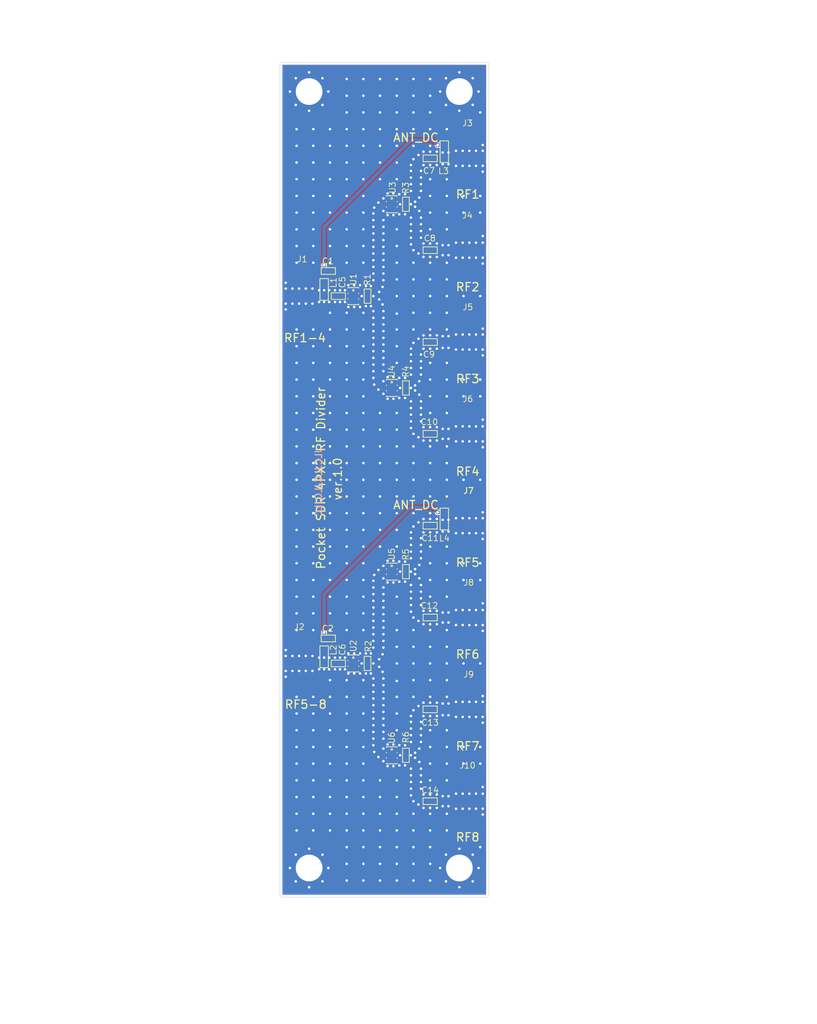
<source format=kicad_pcb>
(kicad_pcb (version 20240108) (generator "pcbnew") (generator_version "8.0")
  (layers (0 "F.Cu" signal) (1 "In1.Cu" signal) (2 "In2.Cu" signal) (31 "B.Cu" signal) (34 "B.Paste" user) (35 "F.Paste" user) (36 "B.SilkS" user "B.Silkscreen") (37 "F.SilkS" user "F.Silkscreen") (38 "B.Mask" user) (39 "F.Mask" user) (44 "Edge.Cuts" user))
  (net 0 "")
  (net 1 "GND")
  (net 2 "Net-(J5-RF)")
  (net 3 "/ANT_DC1")
  (net 4 "/ANT_DC2")
  (net 5 "Net-(J2-RF)")
  (net 6 "Net-(J6-RF)")
  (net 7 "Net-(J1-RF)")
  (net 8 "Net-(J8-RF)")
  (net 9 "Net-(J9-RF)")
  (net 10 "Net-(J10-RF)")
  (net 11 "Net-(U1-INPUT)")
  (net 12 "Net-(J4-RF)")
  (net 13 "Net-(U2-INPUT)")
  (net 14 "Net-(R3-P$2)")
  (net 15 "Net-(R3-P$1)")
  (net 16 "Net-(R4-P$2)")
  (net 17 "Net-(R4-P$1)")
  (net 18 "Net-(R5-P$2)")
  (net 19 "Net-(R5-P$1)")
  (net 20 "Net-(R6-P$2)")
  (net 21 "Net-(R6-P$1)")
  (net 22 "Net-(R1-P$2)")
  (net 23 "Net-(R1-P$1)")
  (net 24 "Net-(R2-P$2)")
  (net 25 "Net-(R2-P$1)")
  (net 26 "Net-(J3-RF)")
  (net 27 "Net-(J7-RF)")
  (footprint "pocket_sdr_v2.3:C1005" (layer "F.Cu") (at 122.0011 125.75)
    (property "Reference" "C6")
    (property "Value" "100pF" (hide yes))
  )
  (footprint "pocket_sdr_v2.3:RF_DIV" (layer "F.Cu") (at 128.4011 136.75 90)
    (property "Reference" "U6")
    (property "Value" "PD0922J5050S2HF" (hide yes))
  )
  (footprint "pocket_sdr_v2.3:SMA-ANG" (layer "F.Cu") (at 141.6011 131.25 -90)
    (property "Reference" "J9")
    (property "Value" "SMA-ANG" (hide yes))
  )
  (footprint "pocket_sdr_v2.3:C1005" (layer "F.Cu") (at 130.1011 114.75 90)
    (property "Reference" "R5")
    (property "Value" "100" (hide yes))
  )
  (footprint "pocket_sdr_v2.3:C1005" (layer "F.Cu") (at 133.0011 142.25)
    (property "Reference" "C14")
    (property "Value" "100pF" (hide yes))
  )
  (footprint "pocket_sdr_v2.3:C1608" (layer "F.Cu") (at 134.7011 108.45 -90)
    (property "Reference" "L4")
    (property "Value" "68nH" (hide yes))
  )
  (footprint "pocket_sdr_v2.3:C1005" (layer "F.Cu") (at 130.1011 70.75 90)
    (property "Reference" "R3")
    (property "Value" "100" (hide yes))
  )
  (footprint "pocket_sdr_v2.3:RF_DIV" (layer "F.Cu") (at 128.4011 92.75 90)
    (property "Reference" "U4")
    (property "Value" "PD0922J5050S2HF" (hide yes))
  )
  (footprint "pocket_sdr_v2.3:C1005" (layer "F.Cu") (at 133.0011 109.25)
    (property "Reference" "C11")
    (property "Value" "100pF" (hide yes))
  )
  (footprint "pocket_sdr_v2.3:SMA-ANG" (layer "F.Cu") (at 141.6011 109.25 -90)
    (property "Reference" "J7")
    (property "Value" "SMA-ANG" (hide yes))
  )
  (footprint "pocket_sdr_v2.3:RF_DIV" (layer "F.Cu") (at 128.4011 70.75 90)
    (property "Reference" "U3")
    (property "Value" "PD0922J5050S2HF" (hide yes))
  )
  (footprint "pocket_sdr_v2.3:C1005" (layer "F.Cu") (at 120.8011 122.75 180)
    (property "Reference" "C2")
    (property "Value" "0.1uF" (hide yes))
  )
  (footprint "pocket_sdr_v2.3:C1005" (layer "F.Cu") (at 130.1011 92.75 90)
    (property "Reference" "R4")
    (property "Value" "100" (hide yes))
  )
  (footprint "pocket_sdr_v2.3:RF_DIV" (layer "F.Cu") (at 123.8011 125.75 90)
    (property "Reference" "U2")
    (property "Value" "PD0922J5050S2HF" (hide yes))
  )
  (footprint "pocket_sdr_v2.3:C1608" (layer "F.Cu") (at 134.7011 64.45 -90)
    (property "Reference" "L3")
    (property "Value" "68nH" (hide yes))
  )
  (footprint "pocket_sdr_v2.3:SMA-ANG" (layer "F.Cu") (at 141.6011 120.25 -90)
    (property "Reference" "J8")
    (property "Value" "SMA-ANG" (hide yes))
  )
  (footprint "pocket_sdr_v2.3:C1005" (layer "F.Cu") (at 133.0011 87.25)
    (property "Reference" "C9")
    (property "Value" "100pF" (hide yes))
  )
  (footprint "pocket_sdr_v2.3:C1005" (layer "F.Cu") (at 133.0011 76.25)
    (property "Reference" "C8")
    (property "Value" "100pF" (hide yes))
  )
  (footprint "pocket_sdr_v2.3:C1608" (layer "F.Cu") (at 120.3011 80.95 -90)
    (property "Reference" "L1")
    (property "Value" "68nH" (hide yes))
  )
  (footprint "pocket_sdr_v2.3:CPAD_3.2MM" (layer "F.Cu") (at 118.5011 57.25)
    (property "Reference" "PAD1" (hide yes))
    (property "Value" "CPAD_3.2MM" (hide yes))
  )
  (footprint "pocket_sdr_v2.3:SMA-ANG" (layer "F.Cu") (at 141.6011 98.25 -90)
    (property "Reference" "J6")
    (property "Value" "SMA-ANG" (hide yes))
  )
  (footprint "pocket_sdr_v2.3:CPAD_3.2MM" (layer "F.Cu") (at 136.5011 150.25)
    (property "Reference" "PAD4" (hide yes))
    (property "Value" "CPAD_3.2MM" (hide yes))
  )
  (footprint "pocket_sdr_v2.3:RF_DIV" (layer "F.Cu") (at 123.8011 81.75 90)
    (property "Reference" "U1")
    (property "Value" "PD0922J5050S2HF" (hide yes))
  )
  (footprint "pocket_sdr_v2.3:C1608" (layer "F.Cu") (at 120.3011 124.95 -90)
    (property "Reference" "L2")
    (property "Value" "68nH" (hide yes))
  )
  (footprint "pocket_sdr_v2.3:C1005" (layer "F.Cu") (at 120.8011 78.75 180)
    (property "Reference" "C1")
    (property "Value" "0.1uF" (hide yes))
  )
  (footprint "pocket_sdr_v2.3:RF_DIV" (layer "F.Cu") (at 128.4011 114.75 90)
    (property "Reference" "U5")
    (property "Value" "PD0922J5050S2HF" (hide yes))
  )
  (footprint "pocket_sdr_v2.3:C1005" (layer "F.Cu") (at 133.0011 65.25)
    (property "Reference" "C7")
    (property "Value" "100pF" (hide yes))
  )
  (footprint "pocket_sdr_v2.3:SMA-ANG" (layer "F.Cu") (at 113.4011 81.75 90)
    (property "Reference" "J1")
    (property "Value" "SMA-ANG" (hide yes))
  )
  (footprint "pocket_sdr_v2.3:SMA-ANG" (layer "F.Cu") (at 141.6011 87.25 -90)
    (property "Reference" "J5")
    (property "Value" "SMA-ANG" (hide yes))
  )
  (footprint "pocket_sdr_v2.3:C1005" (layer "F.Cu") (at 133.0011 98.25)
    (property "Reference" "C10")
    (property "Value" "100pF" (hide yes))
  )
  (footprint "pocket_sdr_v2.3:SMA-ANG" (layer "F.Cu") (at 141.6011 65.25 -90)
    (property "Reference" "J3")
    (property "Value" "SMA-ANG" (hide yes))
  )
  (footprint "pocket_sdr_v2.3:C1005" (layer "F.Cu") (at 133.0011 120.25)
    (property "Reference" "C12")
    (property "Value" "100pF" (hide yes))
  )
  (footprint "pocket_sdr_v2.3:C1005" (layer "F.Cu") (at 133.0011 131.25)
    (property "Reference" "C13")
    (property "Value" "100pF" (hide yes))
  )
  (footprint "pocket_sdr_v2.3:SMA-ANG" (layer "F.Cu") (at 113.4011 125.75 90)
    (property "Reference" "J2")
    (property "Value" "SMA-ANG" (hide yes))
  )
  (footprint "pocket_sdr_v2.3:CPAD_3.2MM" (layer "F.Cu") (at 118.5011 150.25)
    (property "Reference" "PAD2" (hide yes))
    (property "Value" "CPAD_3.2MM" (hide yes))
  )
  (footprint "pocket_sdr_v2.3:C1005" (layer "F.Cu") (at 125.5011 125.75 90)
    (property "Reference" "R2")
    (property "Value" "100" (hide yes))
  )
  (footprint "pocket_sdr_v2.3:CPAD_3.2MM" (layer "F.Cu") (at 136.5011 57.25)
    (property "Reference" "PAD3" (hide yes))
    (property "Value" "CPAD_3.2MM" (hide yes))
  )
  (footprint "pocket_sdr_v2.3:C1005" (layer "F.Cu") (at 130.1011 136.75 90)
    (property "Reference" "R6")
    (property "Value" "100" (hide yes))
  )
  (footprint "pocket_sdr_v2.3:SMA-ANG" (layer "F.Cu") (at 141.6011 76.25 -90)
    (property "Reference" "J4")
    (property "Value" "SMA-ANG" (hide yes))
  )
  (footprint "pocket_sdr_v2.3:C1005" (layer "F.Cu") (at 125.5011 81.75 90)
    (property "Reference" "R1")
    (property "Value" "100" (hide yes))
  )
  (footprint "pocket_sdr_v2.3:SMA-ANG" (layer "F.Cu") (at 141.6011 142.25 -90)
    (property "Reference" "J10")
    (property "Value" "SMA-ANG" (hide yes))
  )
  (footprint "pocket_sdr_v2.3:C1005" (layer "F.Cu") (at 122.0011 81.75)
    (property "Reference" "C5")
    (property "Value" "100pF" (hide yes))
  )
  (gr_line (start 139.8011 153.75) (end 115.2011 153.75) (stroke (width 0.05)) (layer "Edge.Cuts"))
  (gr_arc (start 115.0011 53.95) (mid 115.059679 53.808579) (end 115.2011 53.75) (stroke (width 0.05)) (layer "Edge.Cuts"))
  (gr_line (start 115.2011 53.75) (end 139.8011 53.75) (stroke (width 0.05)) (layer "Edge.Cuts"))
  (gr_line (start 140.0011 53.95) (end 140.0011 153.55) (stroke (width 0.05)) (layer "Edge.Cuts"))
  (gr_arc (start 140.0011 153.55) (mid 139.942521 153.691421) (end 139.8011 153.75) (stroke (width 0.05)) (layer "Edge.Cuts"))
  (gr_arc (start 115.2011 153.75) (mid 115.059679 153.691421) (end 115.0011 153.55) (stroke (width 0.05)) (layer "Edge.Cuts"))
  (gr_arc (start 139.8011 53.75) (mid 139.942521 53.808579) (end 140.0011 53.95) (stroke (width 0.05)) (layer "Edge.Cuts"))
  (gr_line (start 115.0011 153.55) (end 115.0011 53.95) (stroke (width 0.05)) (layer "Edge.Cuts"))
  (gr_text "JLCJLCJLCJLC" (at 120.1011 99.85 90) (layer "B.SilkS") (effects (font (size 0.8 0.8) (thickness 0.15) (bold yes)) (justify left bottom mirror)))
  (gr_text "ANT_DC" (at 131.3011 63.35 0) (layer "F.SilkS") (effects (font (size 1 1)) (justify bottom)))
  (gr_text "ANT_DC" (at 131.3011 107.35 0) (layer "F.SilkS") (effects (font (size 1 1)) (justify bottom)))
  (gr_text "RF1" (at 137.5011 70.15 0) (layer "F.SilkS") (effects (font (size 1 1)) (justify bottom)))
  (gr_text "RF7" (at 137.5011 136.25 0) (layer "F.SilkS") (effects (font (size 1 1)) (justify bottom)))
  (gr_text "RF5-8" (at 118.1011 131.25 0) (layer "F.SilkS") (effects (font (size 1 1)) (justify bottom)))
  (gr_text "RF2" (at 137.5011 81.25 0) (layer "F.SilkS") (effects (font (size 1 1)) (justify bottom)))
  (gr_text "ver.1.0" (at 122.5011 103.65 90) (layer "F.SilkS") (effects (font (size 1 1)) (justify bottom)))
  (gr_text "RF5" (at 137.5011 114.25 0) (layer "F.SilkS") (effects (font (size 1 1)) (justify bottom)))
  (gr_text "RF3" (at 137.5011 92.25 0) (layer "F.SilkS") (effects (font (size 1 1)) (justify bottom)))
  (gr_text "RF4" (at 137.5011 103.35 0) (layer "F.SilkS") (effects (font (size 1 1)) (justify bottom)))
  (gr_text "Pocket SDR 4PX2 RF Divider" (at 120.5011 103.55 90) (layer "F.SilkS") (effects (font (size 1 1)) (justify bottom)))
  (gr_text "RF6" (at 137.5011 125.25 0) (layer "F.SilkS") (effects (font (size 1 1)) (justify bottom)))
  (gr_text "RF1-4" (at 118.0011 87.35 0) (layer "F.SilkS") (effects (font (size 1 1)) (justify bottom)))
  (gr_text "RF8" (at 137.5011 147.15 0) (layer "F.SilkS") (effects (font (size 1 1)) (justify bottom)))
  (via (at 125.0011 105.75) (size 0.45) (drill 0.3) (layers "F.Cu" "B.Cu") (net 1))
  (via (at 126.2011 81.75) (size 0.45) (drill 0.3) (layers "F.Cu" "B.Cu") (net 1))
  (via (at 119.0011 89.75) (size 0.45) (drill 0.3) (layers "F.Cu" "B.Cu") (net 1))
  (via (at 127.4011 129.95) (size 0.45) (drill 0.3) (layers "F.Cu" "B.Cu") (net 1))
  (via (at 134.5011 76.85) (size 0.45) (drill 0.3) (layers "F.Cu" "B.Cu") (net 1))
  (via (at 123.0011 113.75) (size 0.45) (drill 0.3) (layers "F.Cu" "B.Cu") (net 1))
  (via (at 139.0011 147.75) (size 0.45) (drill 0.3) (layers "F.Cu" "B.Cu") (net 1))
  (via (at 139.3011 85.65) (size 0.45) (drill 0.3) (layers "F.Cu" "B.Cu") (net 1))
  (via (at 129.0011 75.75) (size 0.45) (drill 0.3) (layers "F.Cu" "B.Cu") (net 1))
  (via (at 127.4011 73.45) (size 0.45) (drill 0.3) (layers "F.Cu" "B.Cu") (net 1))
  (via (at 133.8011 108.45) (size 0.45) (drill 0.3) (layers "F.Cu" "B.Cu") (net 1))
  (via (at 119.0011 99.75) (size 0.45) (drill 0.3) (layers "F.Cu" "B.Cu") (net 1))
  (via (at 133.0011 110.05) (size 0.45) (drill 0.3) (layers "F.Cu" "B.Cu") (net 1))
  (via (at 127.9011 116.05) (size 0.45) (drill 0.3) (layers "F.Cu" "B.Cu") (net 1))
  (via (at 123.9011 126.95) (size 0.45) (drill 0.3) (layers "F.Cu" "B.Cu") (net 1))
  (via (at 127.4011 116.65) (size 0.45) (drill 0.3) (layers "F.Cu" "B.Cu") (net 1))
  (via (at 133.0011 63.75) (size 0.45) (drill 0.3) (layers "F.Cu" "B.Cu") (net 1))
  (via (at 137.7011 132.15) (size 0.45) (drill 0.3) (layers "F.Cu" "B.Cu") (net 1))
  (via (at 125.0011 127.75) (size 0.45) (drill 0.3) (layers "F.Cu" "B.Cu") (net 1))
  (via (at 138.5011 66.15) (size 0.45) (drill 0.3) (layers "F.Cu" "B.Cu") (net 1))
  (via (at 131.9011 89.55) (size 0.45) (drill 0.3) (layers "F.Cu" "B.Cu") (net 1))
  (via (at 121.0011 113.75) (size 0.45) (drill 0.3) (layers "F.Cu" "B.Cu") (net 1))
  (via (at 133.0011 83.75) (size 0.45) (drill 0.3) (layers "F.Cu" "B.Cu") (net 1))
  (via (at 135.0011 113.75) (size 0.45) (drill 0.3) (layers "F.Cu" "B.Cu") (net 1))
  (via (at 139.0011 93.75) (size 0.45) (drill 0.3) (layers "F.Cu" "B.Cu") (net 1))
  (via (at 138.5011 119.35) (size 0.45) (drill 0.3) (layers "F.Cu" "B.Cu") (net 1))
  (via (at 138.5011 77.15) (size 0.45) (drill 0.3) (layers "F.Cu" "B.Cu") (net 1))
  (via (at 139.3011 132.15) (size 0.45) (drill 0.3) (layers "F.Cu" "B.Cu") (net 1))
  (via (at 131.6011 130.85) (size 0.45) (drill 0.3) (layers "F.Cu" "B.Cu") (net 1))
  (via (at 130.7011 75.55) (size 0.45) (drill 0.3) (layers "F.Cu" "B.Cu") (net 1))
  (via (at 137.0011 103.75) (size 0.45) (drill 0.3) (layers "F.Cu" "B.Cu") (net 1))
  (via (at 127.3011 124.65) (size 0.45) (drill 0.3) (layers "F.Cu" "B.Cu") (net 1))
  (via (at 136.9011 97.35) (size 0.45) (drill 0.3) (layers "F.Cu" "B.Cu") (net 1))
  (via (at 130.0011 91.55) (size 0.45) (drill 0.3) (layers "F.Cu" "B.Cu") (net 1))
  (via (at 135.0011 137.75) (size 0.45) (drill 0.3) (layers "F.Cu" "B.Cu") (net 1))
  (via (at 117.0011 97.75) (size 0.45) (drill 0.3) (layers "F.Cu" "B.Cu") (net 1))
  (via (at 130.0011 69.55) (size 0.45) (drill 0.3) (layers "F.Cu" "B.Cu") (net 1))
  (via (at 129.0011 73.75) (size 0.45) (drill 0.3) (layers "F.Cu" "B.Cu") (net 1))
  (via (at 129.0011 111.75) (size 0.45) (drill 0.3) (layers "F.Cu" "B.Cu") (net 1))
  (via (at 127.4011 118.25) (size 0.45) (drill 0.3) (layers "F.Cu" "B.Cu") (net 1))
  (via (at 131.0011 129.75) (size 0.45) (drill 0.3) (layers "F.Cu" "B.Cu") (net 1))
  (via (at 129.0011 141.75) (size 0.45) (drill 0.3) (layers "F.Cu" "B.Cu") (net 1))
  (via (at 133.8011 130.45) (size 0.45) (drill 0.3) (layers "F.Cu" "B.Cu") (net 1))
  (via (at 129.0011 131.75) (size 0.45) (drill 0.3) (layers "F.Cu" "B.Cu") (net 1))
  (via (at 139.3011 130.35) (size 0.45) (drill 0.3) (layers "F.Cu" "B.Cu") (net 1))
  (via (at 137.7011 141.35) (size 0.45) (drill 0.3) (layers "F.Cu" "B.Cu") (net 1))
  (via (at 121.0011 127.75) (size 0.45) (drill 0.3) (layers "F.Cu" "B.Cu") (net 1))
  (via (at 136.9011 64.35) (size 0.45) (drill 0.3) (layers "F.Cu" "B.Cu") (net 1))
  (via (at 123.0011 67.75) (size 0.45) (drill 0.3) (layers "F.Cu" "B.Cu") (net 1))
  (via (at 126.2011 134.75) (size 0.45) (drill 0.3) (layers "F.Cu" "B.Cu") (net 1))
  (via (at 121.0011 93.75) (size 0.45) (drill 0.3) (layers "F.Cu" "B.Cu") (net 1))
  (via (at 125.0011 65.75) (size 0.45) (drill 0.3) (layers "F.Cu" "B.Cu") (net 1))
  (via (at 127.0011 99.75) (size 0.45) (drill 0.3) (layers "F.Cu" "B.Cu") (net 1))
  (via (at 116.5011 126.65) (size 0.45) (drill 0.3) (layers "F.Cu" "B.Cu") (net 1))
  (via (at 131.9011 74.75) (size 0.45) (drill 0.3) (layers "F.Cu" "B.Cu") (net 1))
  (via (at 131.9011 88.75) (size 0.45) (drill 0.3) (layers "F.Cu" "B.Cu") (net 1))
  (via (at 135.0011 85.75) (size 0.45) (drill 0.3) (layers "F.Cu" "B.Cu") (net 1))
  (via (at 132.2011 119.45) (size 0.45) (drill 0.3) (layers "F.Cu" "B.Cu") (net 1))
  (via (at 139.3011 107.65) (size 0.45) (drill 0.3) (layers "F.Cu" "B.Cu") (net 1))
  (via (at 130.0011 113.55) (size 0.45) (drill 0.3) (layers "F.Cu" "B.Cu") (net 1))
  (via (at 126.2011 133.95) (size 0.45) (drill 0.3) (layers "F.Cu" "B.Cu") (net 1))
  (via (at 127.0011 109.75) (size 0.45) (drill 0.3) (layers "F.Cu" "B.Cu") (net 1))
  (via (at 139.3011 97.35) (size 0.45) (drill 0.3) (layers "F.Cu" "B.Cu") (net 1))
  (via (at 119.0011 119.75) (size 0.45) (drill 0.3) (layers "F.Cu" "B.Cu") (net 1))
  (via (at 121.0011 73.75) (size 0.45) (drill 0.3) (layers "F.Cu" "B.Cu") (net 1))
  (via (at 121.0011 139.75) (size 0.45) (drill 0.3) (layers "F.Cu" "B.Cu") (net 1))
  (via (at 136.9011 75.35) (size 0.45) (drill 0.3) (layers "F.Cu" "B.Cu") (net 1))
  (via (at 130.7011 73.95) (size 0.45) (drill 0.3) (layers "F.Cu" "B.Cu") (net 1))
  (via (at 119.0011 141.75) (size 0.45) (drill 0.3) (layers "F.Cu" "B.Cu") (net 1))
  (via (at 119.0011 115.75) (size 0.45) (drill 0.3) (layers "F.Cu" "B.Cu") (net 1))
  (via (at 129.0011 83.85) (size 0.45) (drill 0.3) (layers "F.Cu" "B.Cu") (net 1))
  (via (at 127.0011 143.75) (size 0.45) (drill 0.3) (layers "F.Cu" "B.Cu") (net 1))
  (via (at 125.0011 133.75) (size 0.45) (drill 0.3) (layers "F.Cu" "B.Cu") (net 1))
  (via (at 127.4011 78.25) (size 0.45) (drill 0.3) (layers "F.Cu" "B.Cu") (net 1))
  (via (at 137.0011 113.75) (size 0.45) (drill 0.3) (layers "F.Cu" "B.Cu") (net 1))
  (via (at 117.0011 145.75) (size 0.45) (drill 0.3) (layers "F.Cu" "B.Cu") (net 1))
  (via (at 121.0011 111.75) (size 0.45) (drill 0.3) (layers "F.Cu" "B.Cu") (net 1))
  (via (at 123.0011 139.75) (size 0.45) (drill 0.3) (layers "F.Cu" "B.Cu") (net 1))
  (via (at 119.0011 87.75) (size 0.45) (drill 0.3) (layers "F.Cu" "B.Cu") (net 1))
  (via (at 121.0011 109.75) (size 0.45) (drill 0.3) (layers "F.Cu" "B.Cu") (net 1))
  (via (at 129.0011 55.75) (size 0.45) (drill 0.3) (layers "F.Cu" "B.Cu") (net 1))
  (via (at 131.6011 108.85) (size 0.45) (drill 0.3) (layers "F.Cu" "B.Cu") (net 1))
  (via (at 131.9011 117.95) (size 0.45) (drill 0.3) (layers "F.Cu" "B.Cu") (net 1))
  (via (at 129.315002 137.959502) (size 0.45) (drill 0.3) (layers "F.Cu" "B.Cu") (net 1))
  (via (at 130.7011 70.75) (size 0.45) (drill 0.3) (layers "F.Cu" "B.Cu") (net 1))
  (via (at 139.0011 91.75) (size 0.45) (drill 0.3) (layers "F.Cu" "B.Cu") (net 1))
  (via (at 126.2011 119.85) (size 0.45) (drill 0.3) (layers "F.Cu" "B.Cu") (net 1))
  (via (at 136.1011 75.35) (size 0.45) (drill 0.3) (layers "F.Cu" "B.Cu") (net 1))
  (via (at 126.2011 77.45) (size 0.45) (drill 0.3) (layers "F.Cu" "B.Cu") (net 1))
  (via (at 131.7011 115.55) (size 0.45) (drill 0.3) (layers "F.Cu" "B.Cu") (net 1))
  (via (at 132.2011 108.45) (size 0.45) (drill 0.3) (layers "F.Cu" "B.Cu") (net 1))
  (via (at 121.0011 91.75) (size 0.45) (drill 0.3) (layers "F.Cu" "B.Cu") (net 1))
  (via (at 131.9011 91.15) (size 0.45) (drill 0.3) (layers "F.Cu" "B.Cu") (net 1))
  (via (at 128.6011 91.45) (size 0.45) (drill 0.3) (layers "F.Cu" "B.Cu") (net 1))
  (via (at 131.0011 81.75) (size 0.45) (drill 0.3) (layers "F.Cu" "B.Cu") (net 1))
  (via (at 127.4011 89.15) (size 0.45) (drill 0.3) (layers "F.Cu" "B.Cu") (net 1))
  (via (at 127.0011 59.75) (size 0.45) (drill 0.3) (layers "F.Cu" "B.Cu") (net 1))
  (via (at 133.0011 117.75) (size 0.45) (drill 0.3) (layers "F.Cu" "B.Cu") (net 1))
  (via (at 126.2011 91.55) (size 0.45) (drill 0.3) (layers "F.Cu" "B.Cu") (net 1))
  (via (at 127.4011 77.45) (size 0.45) (drill 0.3) (layers "F.Cu" "B.Cu") (net 1))
  (via (at 131.0011 61.75) (size 0.45) (drill 0.3) (layers "F.Cu" "B.Cu") (net 1))
  (via (at 132.2011 77.05) (size 0.45) (drill 0.3) (layers "F.Cu" "B.Cu") (net 1))
  (via (at 126.2011 118.25) (size 0.45) (drill 0.3) (layers "F.Cu" "B.Cu") (net 1))
  (via (at 130.7011 91.15) (size 0.45) (drill 0.3) (layers "F.Cu" "B.Cu") (net 1))
  (via (at 120.3011 81.05) (size 0.45) (drill 0.3) (layers "F.Cu" "B.Cu") (net 1))
  (via (at 119.0011 109.75) (size 0.45) (drill 0.3) (layers "F.Cu" "B.Cu") (net 1))
  (via (at 123.0011 117.75) (size 0.45) (drill 0.3) (layers "F.Cu" "B.Cu") (net 1))
  (via (at 131.9011 95.95) (size 0.45) (drill 0.3) (layers "F.Cu" "B.Cu") (net 1))
  (via (at 131.0011 127.75) (size 0.45) (drill 0.3) (layers "F.Cu" "B.Cu") (net 1))
  (via (at 135.0011 91.75) (size 0.45) (drill 0.3) (layers "F.Cu" "B.Cu") (net 1))
  (via (at 117.0011 103.75) (size 0.45) (drill 0.3) (layers "F.Cu" "B.Cu") (net 1))
  (via (at 133.0011 77.75) (size 0.45) (drill 0.3) (layers "F.Cu" "B.Cu") (net 1))
  (via (at 115.7011 83.35) (size 0.45) (drill 0.3) (layers "F.Cu" "B.Cu") (net 1))
  (via (at 131.9011 139.95) (size 0.45) (drill 0.3) (layers "F.Cu" "B.Cu") (net 1))
  (via (at 135.2011 108.55) (size 0.45) (drill 0.3) (layers "F.Cu" "B.Cu") (net 1))
  (via (at 123.0011 119.75) (size 0.45) (drill 0.3) (layers "F.Cu" "B.Cu") (net 1))
  (via (at 139.3011 88.85) (size 0.45) (drill 0.3) (layers "F.Cu" "B.Cu") (net 1))
  (via (at 133.0011 101.75) (size 0.45) (drill 0.3) (layers "F.Cu" "B.Cu") (net 1))
  (via (at 131.7011 135.95) (size 0.45) (drill 0.3) (layers "F.Cu" "B.Cu") (net 1))
  (via (at 131.0011 87.35) (size 0.45) (drill 0.3) (layers "F.Cu" "B.Cu") (net 1))
  (via (at 125.0011 107.75) (size 0.45) (drill 0.3) (layers "F.Cu" "B.Cu") (net 1))
  (via (at 118.1011 80.85) (size 0.45) (drill 0.3) (layers "F.Cu" "B.Cu") (net 1))
  (via (at 119.0011 131.75) (size 0.45) (drill 0.3) (layers "F.Cu" "B.Cu") (net 1))
  (via (at 134.5011 108.55) (size 0.45) (drill 0.3) (layers "F.Cu" "B.Cu") (net 1))
  (via (at 130.7011 96.75) (size 0.45) (drill 0.3) (layers "F.Cu" "B.Cu") (net 1))
  (via (at 133.0011 108.45) (size 0.45) (drill 0.3) (layers "F.Cu" "B.Cu") (net 1))
  (via (at 139.3011 88.15) (size 0.45) (drill 0.3) (layers "F.Cu" "B.Cu") (net 1))
  (via (at 125.0011 131.75) (size 0.45) (drill 0.3) (layers "F.Cu" "B.Cu") (net 1))
  (via (at 119.0011 143.75) (size 0.45) (drill 0.3) (layers "F.Cu" "B.Cu") (net 1))
  (via (at 125.0011 115.75) (size 0.45) (drill 0.3) (layers "F.Cu" "B.Cu") (net 1))
  (via (at 123.0011 77.75) (size 0.45) (drill 0.3) (layers "F.Cu" "B.Cu") (net 1))
  (via (at 133.0011 143.75) (size 0.45) (drill 0.3) (layers "F.Cu" "B.Cu") (net 1))
  (via (at 117.0011 139.75) (size 0.45) (drill 0.3) (layers "F.Cu" "B.Cu") (net 1))
  (via (at 125.0011 141.75) (size 0.45) (drill 0.3) (layers "F.Cu" "B.Cu") (net 1))
  (via (at 125.0011 101.75) (size 0.45) (drill 0.3) (layers "F.Cu" "B.Cu") (net 1))
  (via (at 138.5011 141.35) (size 0.45) (drill 0.3) (layers "F.Cu" "B.Cu") (net 1))
  (via (at 135.0011 117.75) (size 0.45) (drill 0.3) (layers "F.Cu" "B.Cu") (net 1))
  (via (at 121.0011 121.75) (size 0.45) (drill 0.3) (layers "F.Cu" "B.Cu") (net 1))
  (via (at 119.0011 133.75) (size 0.45) (drill 0.3) (layers "F.Cu" "B.Cu") (net 1))
  (via (at 127.0011 145.75) (size 0.45) (drill 0.3) (layers "F.Cu" "B.Cu") (net 1))
  (via (at 127.0011 151.75) (size 0.45) (drill 0.3) (layers "F.Cu" "B.Cu") (net 1))
  (via (at 133.8011 86.45) (size 0.45) (drill 0.3) (layers "F.Cu" "B.Cu") (net 1))
  (via (at 128.6011 72.05) (size 0.45) (drill 0.3) (layers "F.Cu" "B.Cu") (net 1))
  (via (at 130.7011 69.15) (size 0.45) (drill 0.3) (layers "F.Cu" "B.Cu") (net 1))
  (via (at 127.0011 57.75) (size 0.45) (drill 0.3) (layers "F.Cu" "B.Cu") (net 1))
  (via (at 119.7011 125.05) (size 0.45) (drill 0.3) (layers "F.Cu" "B.Cu") (net 1))
  (via (at 119.0011 103.75) (size 0.45) (drill 0.3) (layers "F.Cu" "B.Cu") (net 1))
  (via (at 129.3011 71.95) (size 0.45) (drill 0.3) (layers "F.Cu" "B.Cu") (net 1))
  (via (at 132.2011 143.05) (size 0.45) (drill 0.3) (layers "F.Cu" "B.Cu") (net 1))
  (via (at 132.2011 64.45) (size 0.45) (drill 0.3) (layers "F.Cu" "B.Cu") (net 1))
  (via (at 126.2011 75.05) (size 0.45) (drill 0.3) (layers "F.Cu" "B.Cu") (net 1))
  (via (at 136.1011 132.15) (size 0.45) (drill 0.3) (layers "F.Cu" "B.Cu") (net 1))
  (via (at 127.3011 82.75) (size 0.45) (drill 0.3) (layers "F.Cu" "B.Cu") (net 1))
  (via (at 131.9011 73.95) (size 0.45) (drill 0.3) (layers "F.Cu" "B.Cu") (net 1))
  (via (at 116.5011 124.85) (size 0.45) (drill 0.3) (layers "F.Cu" "B.Cu") (net 1))
  (via (at 117.0011 119.75) (size 0.45) (drill 0.3) (layers "F.Cu" "B.Cu") (net 1))
  (via (at 130.7011 116.35) (size 0.45) (drill 0.3) (layers "F.Cu" "B.Cu") (net 1))
  (via (at 125.9011 80.55) (size 0.45) (drill 0.3) (layers "F.Cu" "B.Cu") (net 1))
  (via (at 136.1011 86.35) (size 0.45) (drill 0.3) (layers "F.Cu" "B.Cu") (net 1))
  (via (at 131.9011 111.55) (size 0.45) (drill 0.3) (layers "F.Cu" "B.Cu") (net 1))
  (via (at 126.9011 82.15) (size 0.45) (drill 0.3) (layers "F.Cu" "B.Cu") (net 1))
  (via (at 133.0011 121.75) (size 0.45) (drill 0.3) (layers "F.Cu" "B.Cu") (net 1))
  (via (at 127.4011 133.15) (size 0.45) (drill 0.3) (layers "F.Cu" "B.Cu") (net 1))
  (via (at 121.6011 82.45) (size 0.45) (drill 0.3) (layers "F.Cu" "B.Cu") (net 1))
  (via (at 135.0011 143.75) (size 0.45) (drill 0.3) (layers "F.Cu" "B.Cu") (net 1))
  (via (at 133.8011 143.05) (size 0.45) (drill 0.3) (layers "F.Cu" "B.Cu") (net 1))
  (via (at 129.0011 105.75) (size 0.45) (drill 0.3) (layers "F.Cu" "B.Cu") (net 1))
  (via (at 129.4011 70.75) (size 0.45) (drill 0.3) (layers "F.Cu" "B.Cu") (net 1))
  (via (at 139.3011 77.85) (size 0.45) (drill 0.3) (layers "F.Cu" "B.Cu") (net 1))
  (via (at 132.2011 97.45) (size 0.45) (drill 0.3) (layers "F.Cu" "B.Cu") (net 1))
  (via (at 119.7011 81.05) (size 0.45) (drill 0.3) (layers "F.Cu" "B.Cu") (net 1))
  (via (at 130.7011 134.35) (size 0.45) (drill 0.3) (layers "F.Cu" "B.Cu") (net 1))
  (via (at 136.9011 86.35) (size 0.45) (drill 0.3) (layers "F.Cu" "B.Cu") (net 1))
  (via (at 130.7011 89.55) (size 0.45) (drill 0.3) (layers "F.Cu" "B.Cu") (net 1))
  (via (at 131.0011 120.25) (size 0.45) (drill 0.3) (layers "F.Cu" "B.Cu") (net 1))
  (via (at 135.0011 67.75) (size 0.45) (drill 0.3) (layers "F.Cu" "B.Cu") (net 1))
  (via (at 123.0011 87.75) (size 0.45) (drill 0.3) (layers "F.Cu" "B.Cu") (net 1))
  (via (at 126.2011 123.85) (size 0.45) (drill 0.3) (layers "F.Cu" "B.Cu") (net 1))
  (via (at 127.4011 71.55) (size 0.45) (drill 0.3) (layers "F.Cu" "B.Cu") (net 1))
  (via (at 135.0011 89.75) (size 0.45) (drill 0.3) (layers "F.Cu" "B.Cu") (net 1))
  (via (at 125.0011 149.75) (size 0.45) (drill 0.3) (layers "F.Cu" "B.Cu") (net 1))
  (via (at 122.8011 81.05) (size 0.45) (drill 0.3) (layers "F.Cu" "B.Cu") (net 1))
  (via (at 129.315002 135.540498) (size 0.45) (drill 0.3) (layers "F.Cu" "B.Cu") (net 1))
  (via (at 124.6011 126.95) (size 0.45) (drill 0.3) (layers "F.Cu" "B.Cu") (net 1))
  (via (at 133.0011 85.75) (size 0.45) (drill 0.3) (layers "F.Cu" "B.Cu") (net 1))
  (via (at 127.4011 115.55) (size 0.45) (drill 0.3) (layers "F.Cu" "B.Cu") (net 1))
  (via (at 131.9011 132.75) (size 0.45) (drill 0.3) (layers "F.Cu" "B.Cu") (net 1))
  (via (at 122.2011 126.45) (size 0.45) (drill 0.3) (layers "F.Cu" "B.Cu") (net 1))
  (via (at 121.0011 133.75) (size 0.45) (drill 0.3) (layers "F.Cu" "B.Cu") (net 1))
  (via (at 116.5011 82.65) (size 0.45) (drill 0.3) (layers "F.Cu" "B.Cu") (net 1))
  (via (at 131.0011 77.75) (size 0.45) (drill 0.3) (layers "F.Cu" "B.Cu") (net 1))
  (via (at 123.0011 89.75) (size 0.45) (drill 0.3) (layers "F.Cu" "B.Cu") (net 1))
  (via (at 137.7011 121.15) (size 0.45) (drill 0.3) (layers "F.Cu" "B.Cu") (net 1))
  (via (at 136.1011 88.15) (size 0.45) (drill 0.3) (layers "F.Cu" "B.Cu") (net 1))
  (via (at 129.0011 129.75) (size 0.45) (drill 0.3) (layers "F.Cu" "B.Cu") (net 1))
  (via (at 127.4011 130.75) (size 0.45) (drill 0.3) (layers "F.Cu" "B.Cu") (net 1))
  (via (at 131.9011 113.15) (size 0.45) (drill 0.3) (layers "F.Cu" "B.Cu") (net 1))
  (via (at 135.2011 142.85) (size 0.45) (drill 0.3) (layers "F.Cu" "B.Cu") (net 1))
  (via (at 119.0011 77.75) (size 0.45) (drill 0.3) (layers "F.Cu" "B.Cu") (net 1))
  (via (at 139.0011 125.75) (size 0.45) (drill 0.3) (layers "F.Cu" "B.Cu") (net 1))
  (via (at 134.5011 119.65) (size 0.45) (drill 0.3) (layers "F.Cu" "B.Cu") (net 1))
  (via (at 138.5011 99.15) (size 0.45) (drill 0.3) (layers "F.Cu" "B.Cu") (net 1))
  (via (at 133.0011 130.45) (size 0.45) (drill 0.3) (layers "F.Cu" "B.Cu") (net 1))
  (via (at 139.3011 74.55) (size 0.45) (drill 0.3) (layers "F.Cu" "B.Cu") (net 1))
  (via (at 135.0011 79.75) (size 0.45) (drill 0.3) (layers "F.Cu" "B.Cu") (net 1))
  (via (at 131.6011 86.85) (size 0.45) (drill 0.3) (layers "F.Cu" "B.Cu") (net 1))
  (via (at 136.1011 97.35) (size 0.45) (drill 0.3) (layers "F.Cu" "B.Cu") (net 1))
  (via (at 125.0011 95.75) (size 0.45) (drill 0.3) (layers "F.Cu" "B.Cu") (net 1))
  (via (at 137.7011 64.35) (size 0.45) (drill 0.3) (layers "F.Cu" "B.Cu") (net 1))
  (via (at 129.0011 95.75) (size 0.45) (drill 0.3) (layers "F.Cu" "B.Cu") (net 1))
  (via (at 127.0011 95.75) (size 0.45) (drill 0.3) (layers "F.Cu" "B.Cu") (net 1))
  (via (at 125.0011 59.75) (size 0.45) (drill 0.3) (layers "F.Cu" "B.Cu") (net 1))
  (via (at 135.2011 97.65) (size 0.45) (drill 0.3) (layers "F.Cu" "B.Cu") (net 1))
  (via (at 137.0011 135.75) (size 0.45) (drill 0.3) (layers "F.Cu" "B.Cu") (net 1))
  (via (at 126.2011 84.35) (size 0.45) (drill 0.3) (layers "F.Cu" "B.Cu") (net 1))
  (via (at 133.0011 73.75) (size 0.45) (drill 0.3) (layers "F.Cu" "B.Cu") (net 1))
  (via (at 129.4011 114.75) (size 0.45) (drill 0.3) (layers "F.Cu" "B.Cu") (net 1))
  (via (at 125.3011 80.55) (size 0.45) (drill 0.3) (layers "F.Cu" "B.Cu") (net 1))
  (via (at 137.7011 75.35) (size 0.45) (drill 0.3) (layers "F.Cu" "B.Cu") (net 1))
  (via (at 126.2011 129.95) (size 0.45) (drill 0.3) (layers "F.Cu" "B.Cu") (net 1))
  (via (at 137.0011 69.75) (size 0.45) (drill 0.3) (layers "F.Cu" "B.Cu") (net 1))
  (via (at 119.7011 126.45) (size 0.45) (drill 0.3) (layers "F.Cu" "B.Cu") (net 1))
  (via (at 125.0011 63.75) (size 0.45) (drill 0.3) (layers "F.Cu" "B.Cu") (net 1))
  (via (at 130.7011 74.75) (size 0.45) (drill 0.3) (layers "F.Cu" "B.Cu") (net 1))
  (via (at 133.0011 86.45) (size 0.45) (drill 0.3) (layers "F.Cu" "B.Cu") (net 1))
  (via (at 134.5011 131.95) (size 0.45) (drill 0.3) (layers "F.Cu" "B.Cu") (net 1))
  (via (at 123.2011 83.05) (size 0.45) (drill 0.3) (layers "F.Cu" "B.Cu") (net 1))
  (via (at 115.7011 126.65) (size 0.45) (drill 0.3) (layers "F.Cu" "B.Cu") (net 1))
  (via (at 137.7011 130.35) (size 0.45) (drill 0.3) (layers "F.Cu" "B.Cu") (net 1))
  (via (at 134.5011 86.55) (size 0.45) (drill 0.3) (layers "F.Cu" "B.Cu") (net 1))
  (via (at 128.6011 138.0456) (size 0.45) (drill 0.3) (layers "F.Cu" "B.Cu") (net 1))
  (via (at 118.9011 82.65) (size 0.45) (drill 0.3) (layers "F.Cu" "B.Cu") (net 1))
  (via (at 133.8011 75.45) (size 0.45) (drill 0.3) (layers "F.Cu" "B.Cu") (net 1))
  (via (at 133.0011 69.75) (size 0.45) (drill 0.3) (layers "F.Cu" "B.Cu") (net 1))
  (via (at 131.9011 94.35) (size 0.45) (drill 0.3) (layers "F.Cu" "B.Cu") (net 1))
  (via (at 129.4011 136.75) (size 0.45) (drill 0.3) (layers "F.Cu" "B.Cu") (net 1))
  (via (at 119.0011 95.75) (size 0.45) (drill 0.3) (layers "F.Cu" "B.Cu") (net 1))
  (via (at 122.2011 81.05) (size 0.45) (drill 0.3) (layers "F.Cu" "B.Cu") (net 1))
  (via (at 131.9011 90.35) (size 0.45) (drill 0.3) (layers "F.Cu" "B.Cu") (net 1))
  (via (at 129.0011 107.75) (size 0.45) (drill 0.3) (layers "F.Cu" "B.Cu") (net 1))
  (via (at 123.0011 99.75) (size 0.45) (drill 0.3) (layers "F.Cu" "B.Cu") (net 1))
  (via (at 127.0011 139.75) (size 0.45) (drill 0.3) (layers "F.Cu" "B.Cu") (net 1))
  (via (at 123.0011 93.75) (size 0.45) (drill 0.3) (layers "F.Cu" "B.Cu") (net 1))
  (via (at 134.5011 97.65) (size 0.45) (drill 0.3) (layers "F.Cu" "B.Cu") (net 1))
  (via (at 131.9011 96.75) (size 0.45) (drill 0.3) (layers "F.Cu" "B.Cu") (net 1))
  (via (at 120.9011 81.05) (size 0.45) (drill 0.3) (layers "F.Cu" "B.Cu") (net 1))
  (via (at 131.9011 134.35) (size 0.45) (drill 0.3) (layers "F.Cu" "B.Cu") (net 1))
  (via (at 131.0011 85.75) (size 0.45) (drill 0.3) (layers "F.Cu" "B.Cu") (net 1))
  (via (at 123.0011 111.75) (size 0.45) (drill 0.3) (layers "F.Cu" "B.Cu") (net 1))
  (via (at 117.0011 89.75) (size 0.45) (drill 0.3) (layers "F.Cu" "B.Cu") (net 1))
  (via (at 125.0011 113.75) (size 0.45) (drill 0.3) (layers "F.Cu" "B.Cu") (net 1))
  (via (at 135.2011 130.55) (size 0.45) (drill 0.3) (layers "F.Cu" "B.Cu") (net 1))
  (via (at 121.0011 117.75) (size 0.45) (drill 0.3) (layers "F.Cu" "B.Cu") (net 1))
  (via (at 121.0011 83.75) (size 0.45) (drill 0.3) (layers "F.Cu" "B.Cu") (net 1))
  (via (at 123.0011 85.75) (size 0.45) (drill 0.3) (layers "F.Cu" "B.Cu") (net 1))
  (via (at 126.2011 72.65) (size 0.45) (drill 0.3) (layers "F.Cu" "B.Cu") (net 1))
  (via (at 138.5011 121.15) (size 0.45) (drill 0.3) (layers "F.Cu" "B.Cu") (net 1))
  (via (at 132.2011 88.05) (size 0.45) (drill 0.3) (layers "F.Cu" "B.Cu") (net 1))
  (via (at 137.7011 99.15) (size 0.45) (drill 0.3) (layers "F.Cu" "B.Cu") (net 1))
  (via (at 115.7011 124.15) (size 0.45) (drill 0.3) (layers "F.Cu" "B.Cu") (net 1))
  (via (at 133.0011 97.45) (size 0.45) (drill 0.3) (layers "F.Cu" "B.Cu") (net 1))
  (via (at 121.0011 143.75) (size 0.45) (drill 0.3) (layers "F.Cu" "B.Cu") (net 1))
  (via (at 127.0011 111.75) (size 0.45) (drill 0.3) (layers "F.Cu" "B.Cu") (net 1))
  (via (at 117.0011 85.75) (size 0.45) (drill 0.3) (layers "F.Cu" "B.Cu") (net 1))
  (via (at 127.3011 126.75) (size 0.45) (drill 0.3) (layers "F.Cu" "B.Cu") (net 1))
  (via (at 133.0011 111.75) (size 0.45) (drill 0.3) (layers "F.Cu" "B.Cu") (net 1))
  (via (at 139.3011 108.35) (size 0.45) (drill 0.3) (layers "F.Cu" "B.Cu") (net 1))
  (via (at 123.0011 149.75) (size 0.45) (drill 0.3) (layers "F.Cu" "B.Cu") (net 1))
  (via (at 119.0011 121.75) (size 0.45) (drill 0.3) (layers "F.Cu" "B.Cu") (net 1))
  (via (at 126.9011 81.25) (size 0.45) (drill 0.3) (layers "F.Cu" "B.Cu") (net 1))
  (via (at 117.0011 121.75) (size 0.45) (drill 0.3) (layers "F.Cu" "B.Cu") (net 1))
  (via (at 139.3011 110.85) (size 0.45) (drill 0.3) (layers "F.Cu" "B.Cu") (net 1))
  (via (at 127.4011 89.95) (size 0.45) (drill 0.3) (layers "F.Cu" "B.Cu") (net 1))
  (via (at 121.0011 131.75) (size 0.45) (drill 0.3) (layers "F.Cu" "B.Cu") (net 1))
  (via (at 127.4011 127.55) (size 0.45) (drill 0.3) (layers "F.Cu" "B.Cu") (net 1))
  (via (at 135.2011 64.55) (size 0.45) (drill 0.3) (layers "F.Cu" "B.Cu") (net 1))
  (via (at 131.0011 143.75) (size 0.45) (drill 0.3) (layers "F.Cu" "B.Cu") (net 1))
  (via (at 127.4011 121.45) (size 0.45) (drill 0.3) (layers "F.Cu" "B.Cu") (net 1))
  (via (at 121.0011 87.75) (size 0.45) (drill 0.3) (layers "F.Cu" "B.Cu") (net 1))
  (via (at 126.2011 90.75) (size 0.45) (drill 0.3) (layers "F.Cu" "B.Cu") (net 1))
  (via (at 119.0011 97.75) (size 0.45) (drill 0.3) (layers "F.Cu" "B.Cu") (net 1))
  (via (at 126.2011 135.55) (size 0.45) (drill 0.3) (layers "F.Cu" "B.Cu") (net 1))
  (via (at 130.7011 95.95) (size 0.45) (drill 0.3) (layers "F.Cu" "B.Cu") (net 1))
  (via (at 132.2011 132.05) (size 0.45) (drill 0.3) (layers "F.Cu" "B.Cu") (net 1))
  (via (at 137.0011 137.75) (size 0.45) (drill 0.3) (layers "F.Cu" "B.Cu") (net 1))
  (via (at 117.0011 115.75) (size 0.45) (drill 0.3) (layers "F.Cu" "B.Cu") (net 1))
  (via (at 131.0011 57.75) (size 0.45) (drill 0.3) (layers "F.Cu" "B.Cu") (net 1))
  (via (at 129.0011 85.75) (size 0.45) (drill 0.3) (layers "F.Cu" "B.Cu") (net 1))
  (via (at 135.2011 75.65) (size 0.45) (drill 0.3) (layers "F.Cu" "B.Cu") (net 1))
  (via (at 135.2011 98.85) (size 0.45) (drill 0.3) (layers "F.Cu" "B.Cu") (net 1))
  (via (at 123.0011 83.75) (size 0.45) (drill 0.3) (layers "F.Cu" "B.Cu") (net 1))
  (via (at 133.0011 115.75) (size 0.45) (drill 0.3) (layers "F.Cu" "B.Cu") (net 1))
  (via (at 139.3011 110.15) (size 0.45) (drill 0.3) (layers "F.Cu" "B.Cu") (net 1))
  (via (at 131.0011 55.75) (size 0.45) (drill 0.3) (layers "F.Cu" "B.Cu") (net 1))
  (via (at 131.9011 69.15) (size 0.45) (drill 0.3) (layers "F.Cu" "B.Cu") (net 1))
  (via (at 125.0011 103.75) (size 0.45) (drill 0.3) (layers "F.Cu" "B.Cu") (net 1))
  (via (at 130.7011 92.75) (size 0.45) (drill 0.3) (layers "F.Cu" "B.Cu") (net 1))
  (via (at 136.1011 143.15) (size 0.45) (drill 0.3) (layers "F.Cu" "B.Cu") (net 1))
  (via (at 126.2011 86.75) (size 0.45) (drill 0.3) (layers "F.Cu" "B.Cu") (net 1))
  (via (at 138.5011 110.15) (size 0.45) (drill 0.3) (layers "F.Cu" "B.Cu") (net 1))
  (via (at 129.0011 121.75) (size 0.45) (drill 0.3) (layers "F.Cu" "B.Cu") (net 1))
  (via (at 117.0011 73.75) (size 0.45) (drill 0.3) (layers "F.Cu" "B.Cu") (net 1))
  (via (at 137.7011 119.35) (size 0.45) (drill 0.3) (layers "F.Cu" "B.Cu") (net 1))
  (via (at 137.0011 93.75) (size 0.45) (drill 0.3) (layers "F.Cu" "B.Cu") (net 1))
  (via (at 131.0011 131.35) (size 0.45) (drill 0.3) (layers "F.Cu" "B.Cu") (net 1))
  (via (at 129.3011 113.55) (size 0.45) (drill 0.3) (layers "F.Cu" "B.Cu") (net 1))
  (via (at 130.7011 110.05) (size 0.45) (drill 0.3) (layers "F.Cu" "B.Cu") (net 1))
  (via (at 130.7011 88.75) (size 0.45) (drill 0.3) (layers "F.Cu" "B.Cu") (net 1))
  (via (at 125.0011 99.75) (size 0.45) (drill 0.3) (layers "F.Cu" "B.Cu") (net 1))
  (via (at 134.5011 142.85) (size 0.45) (drill 0.3) (layers "F.Cu" "B.Cu") (net 1))
  (via (at 133.0011 127.75) (size 0.45) (drill 0.3) (layers "F.Cu" "B.Cu") (net 1))
  (via (at 133.0011 133.75) (size 0.45) (drill 0.3) (layers "F.Cu" "B.Cu") (net 1))
  (via (at 117.0011 65.75) (size 0.45) (drill 0.3) (layers "F.Cu" "B.Cu") (net 1))
  (via (at 131.9011 135.15) (size 0.45) (drill 0.3) (layers "F.Cu" "B.Cu") (net 1))
  (via (at 125.0011 83.75) (size 0.45) (drill 0.3) (layers "F.Cu" "B.Cu") (net 1))
  (via (at 127.9011 91.45) (size 0.45) (drill 0.3) (layers "F.Cu" "B.Cu") (net 1))
  (via (at 136.1011 99.15) (size 0.45) (drill 0.3) (layers "F.Cu" "B.Cu") (net 1))
  (via (at 129.0011 125.75) (size 0.45) (drill 0.3) (layers "F.Cu" "B.Cu") (net 1))
  (via (at 125.0011 69.75) (size 0.45) (drill 0.3) (layers "F.Cu" "B.Cu") (net 1))
  (via (at 135.0011 71.75) (size 0.45) (drill 0.3) (layers "F.Cu" "B.Cu") (net 1))
  (via (at 130.0011 115.95) (size 0.45) (drill 0.3) (layers "F.Cu" "B.Cu") (net 1))
  (via (at 117.0011 101.75) (size 0.45) (drill 0.3) (layers "F.Cu" "B.Cu") (net 1))
  (via (at 127.0011 105.75) (size 0.45) (drill 0.3) (layers "F.Cu" "B.Cu") (net 1))
  (via (at 137.7011 66.15) (size 0.45) (drill 0.3) (layers "F.Cu" "B.Cu") (net 1))
  (via (at 139.3011 66.85) (size 0.45) (drill 0.3) (layers "F.Cu" "B.Cu") (net 1))
  (via (at 117.0011 113.75) (size 0.45) (drill 0.3) (layers "F.Cu" "B.Cu") (net 1))
  (via (at 131.7011 71.55) (size 0.45) (drill 0.3) (layers "F.Cu" "B.Cu") (net 1))
  (via (at 123.0011 135.75) (size 0.45) (drill 0.3) (layers "F.Cu" "B.Cu") (net 1))
  (via (at 126.2011 78.25) (size 0.45) (drill 0.3) (layers "F.Cu" "B.Cu") (net 1))
  (via (at 119.0011 71.75) (size 0.45) (drill 0.3) (layers "F.Cu" "B.Cu") (net 1))
  (via (at 131.2011 114.45) (size 0.45) (drill 0.3) (layers "F.Cu" "B.Cu") (net 1))
  (via (at 136.1011 108.35) (size 0.45) (drill 0.3) (layers "F.Cu" "B.Cu") (net 1))
  (via (at 121.0011 65.75) (size 0.45) (drill 0.3) (layers "F.Cu" "B.Cu") (net 1))
  (via (at 131.0011 123.75) (size 0.45) (drill 0.3) (layers "F.Cu" "B.Cu") (net 1))
  (via (at 133.0011 89.75) (size 0.45) (drill 0.3) (layers "F.Cu" "B.Cu") (net 1))
  (via (at 119.0011 117.75) (size 0.45) (drill 0.3) (layers "F.Cu" "B.Cu") (net 1))
  (via (at 135.0011 103.75) (size 0.45) (drill 0.3) (layers "F.Cu" "B.Cu") (net 1))
  (via (at 133.0011 123.75) (size 0.45) (drill 0.3) (layers "F.Cu" "B.Cu") (net 1))
  (via (at 133.0011 77.05) (size 0.45) (drill 0.3) (layers "F.Cu" "B.Cu") (net 1))
  (via (at 126.2011 87.55) (size 0.45) (drill 0.3) (layers "F.Cu" "B.Cu") (net 1))
  (via (at 131.2011 70.45) (size 0.45) (drill 0.3) (layers "F.Cu" "B.Cu") (net 1))
  (via (at 135.2011 87.95) (size 0.45) (drill 0.3) (layers "F.Cu" "B.Cu") (net 1))
  (via (at 129.3011 115.95) (size 0.45) (drill 0.3) (layers "F.Cu" "B.Cu") (net 1))
  (via (at 129.0011 81.75) (size 0.45) (drill 0.3) (layers "F.Cu" "B.Cu") (net 1))
  (via (at 130.7011 113.15) (size 0.45) (drill 0.3) (layers "F.Cu" "B.Cu") (net 1))
  (via (at 135.0011 123.75) (size 0.45) (drill 0.3) (layers "F.Cu" "B.Cu") (net 1))
  (via (at 135.2011 86.55) (size 0.45) (drill 0.3) (layers "F.Cu" "B.Cu") (net 1))
  (via (at 139.3011 140.55) (size 0.45) (drill 0.3) (layers "F.Cu" "B.Cu") (net 1))
  (via (at 129.0011 67.75) (size 0.45) (drill 0.3) (layers "F.Cu" "B.Cu") (net 1))
  (via (at 117.3011 82.65) (size 0.45) (drill 0.3) (layers "F.Cu" "B.Cu") (net 1))
  (via (at 118.1011 126.65) (size 0.45) (drill 0.3) (layers "F.Cu" "B.Cu") (net 1))
  (via (at 129.0011 127.85) (size 0.45) (drill 0.3) (layers "F.Cu" "B.Cu") (net 1))
  (via (at 123.0011 133.75) (size 0.45) (drill 0.3) (layers "F.Cu" "B.Cu") (net 1))
  (via (at 125.0011 121.75) (size 0.45) (drill 0.3) (layers "F.Cu" "B.Cu") (net 1))
  (via (at 127.9011 69.45) (size 0.45) (drill 0.3) (layers "F.Cu" "B.Cu") (net 1))
  (via (at 122.8011 125.05) (size 0.45) (drill 0.3) (layers "F.Cu" "B.Cu") (net 1))
  (via (at 135.0011 77.75) (size 0.45) (drill 0.3) (layers "F.Cu" "B.Cu") (net 1))
  (via (at 135.0011 125.75) (size 0.45) (drill 0.3) (layers "F.Cu" "B.Cu") (net 1))
  (via (at 127.4011 91.95) (size 0.45) (drill 0.3) (layers "F.Cu" "B.Cu") (net 1))
  (via (at 136.9011 66.15) (size 0.45) (drill 0.3) (layers "F.Cu" "B.Cu") (net 1))
  (via (at 138.5011 88.15) (size 0.45) (drill 0.3) (layers "F.Cu" "B.Cu") (net 1))
  (via (at 136.9011 132.15) (size 0.45) (drill 0.3) (layers "F.Cu" "B.Cu") (net 1))
  (via (at 117.0011 131.75) (size 0.45) (drill 0.3) (layers "F.Cu" "B.Cu") (net 1))
  (via (at 127.9011 72.05) (size 0.45) (drill 0.3) (layers "F.Cu" "B.Cu") (net 1))
  (via (at 127.9011 135.45) (size 0.45) (drill 0.3) (layers "F.Cu" "B.Cu") (net 1))
  (via (at 129.0011 89.75) (size 0.45) (drill 0.3) (layers "F.Cu" "B.Cu") (net 1))
  (via (at 131.0011 151.75) (size 0.45) (drill 0.3) (layers "F.Cu" "B.Cu") (net 1))
  (via (at 126.2011 129.15) (size 0.45) (drill 0.3) (layers "F.Cu" "B.Cu") (net 1))
  (via (at 131.0011 145.75) (size 0.45) (drill 0.3) (layers "F.Cu" "B.Cu") (net 1))
  (via (at 130.7011 135.15) (size 0.45) (drill 0.3) (layers "F.Cu" "B.Cu") (net 1))
  (via (at 119.0011 69.75) (size 0.45) (drill 0.3) (layers "F.Cu" "B.Cu") (net 1))
  (via (at 132.2011 66.05) (size 0.45) (drill 0.3) (layers "F.Cu" "B.Cu") (net 1))
  (via (at 129.0011 143.75) (size 0.45) (drill 0.3) (layers "F.Cu" "B.Cu") (net 1))
  (via (at 137.0011 81.75) (size 0.45) (drill 0.3) (layers "F.Cu" "B.Cu") (net 1))
  (via (at 123.0011 145.75) (size 0.45) (drill 0.3) (layers "F.Cu" "B.Cu") (net 1))
  (via (at 133.0011 67.75) (size 0.45) (drill 0.3) (layers "F.Cu" "B.Cu") (net 1))
  (via (at 135.0011 99.75) (size 0.45) (drill 0.3) (layers "F.Cu" "B.Cu") (net 1))
  (via (at 136.1011 119.35) (size 0.45) (drill 0.3) (layers "F.Cu" "B.Cu") (net 1))
  (via (at 121.0011 75.75) (size 0.45) (drill 0.3) (layers "F.Cu" "B.Cu") (net 1))
  (via (at 129.0011 109.75) (size 0.45) (drill 0.3) (layers "F.Cu" "B.Cu") (net 1))
  (via (at 133.8011 110.05) (size 0.45) (drill 0.3) (layers "F.Cu" "B.Cu") (net 1))
  (via (at 129.0011 147.75) (size 0.45) (drill 0.3) (layers "F.Cu" "B.Cu") (net 1))
  (via (at 118.9011 80.85) (size 0.45) (drill 0.3) (layers "F.Cu" "B.Cu") (net 1))
  (via (at 133.8011 99.05) (size 0.45) (drill 0.3) (layers "F.Cu" "B.Cu") (net 1))
  (via (at 119.0011 65.75) (size 0.45) (drill 0.3) (layers "F.Cu" "B.Cu") (net 1))
  (via (at 121.0011 103.75) (size 0.45) (drill 0.3) (layers "F.Cu" "B.Cu") (net 1))
  (via (at 125.0011 73.75) (size 0.45) (drill 0.3) (layers "F.Cu" "B.Cu") (net 1))
  (via (at 133.0011 91.75) (size 0.45) (drill 0.3) (layers "F.Cu" "B.Cu") (net 1))
  (via (at 127.4011 72.65) (size 0.45) (drill 0.3) (layers "F.Cu" "B.Cu") (net 1))
  (via (at 127.9011 113.45) (size 0.45) (drill 0.3) (layers "F.Cu" "B.Cu") (net 1))
  (via (at 135.2011 109.95) (size 0.45) (drill 0.3) (layers "F.Cu" "B.Cu") (net 1))
  (via (at 131.9011 67.55) (size 0.45) (drill 0.3) (layers "F.Cu" "B.Cu") (net 1))
  (via (at 125.0011 135.75) (size 0.45) (drill 0.3) (layers "F.Cu" "B.Cu") (net 1))
  (via (at 117.3011 80.85) (size 0.45) (drill 0.3) (layers "F.Cu" "B.Cu") (net 1))
  (via (at 117.0011 111.75) (size 0.45) (drill 0.3) (layers "F.Cu" "B.Cu") (net 1))
  (via (at 126.2011 128.35) (size 0.45) (drill 0.3) (layers "F.Cu" "B.Cu") (net 1))
  (via (at 117.3011 124.85) (size 0.45) (drill 0.3) (layers "F.Cu" "B.Cu") (net 1))
  (via (at 123.0011 57.75) (size 0.45) (drill 0.3) (layers "F.Cu" "B.Cu") (net 1))
  (via (at 117.0011 129.75) (size 0.45) (drill 0.3) (layers "F.Cu" "B.Cu") (net 1))
  (via (at 133.0011 135.75) (size 0.45) (drill 0.3) (layers "F.Cu" "B.Cu") (net 1))
  (via (at 127.4011 123.05) (size 0.45) (drill 0.3) (layers "F.Cu" "B.Cu") (net 1))
  (via (at 130.7011 110.75) (size 0.45) (drill 0.3) (layers "F.Cu" "B.Cu") (net 1))
  (via (at 119.0011 75.75) (size 0.45) (drill 0.3) (layers "F.Cu" "B.Cu") (net 1))
  (via (at 139.3011 99.85) (size 0.45) (drill 0.3) (layers "F.Cu" "B.Cu") (net 1))
  (via (at 126.2011 125.75) (size 0.45) (drill 0.3) (layers "F.Cu" "B.Cu") (net 1))
  (via (at 127.4011 120.65) (size 0.45) (drill 0.3) (layers "F.Cu" "B.Cu") (net 1))
  (via (at 139.3011 77.15) (size 0.45) (drill 0.3) (layers "F.Cu" "B.Cu") (net 1))
  (via (at 133.0011 147.75) (size 0.45) (drill 0.3) (layers "F.Cu" "B.Cu") (net 1))
  (via (at 129.0011 101.75) (size 0.45) (drill 0.3) (layers "F.Cu" "B.Cu") (net 1))
  (via (at 119.0011 111.75) (size 0.45) (drill 0.3) (layers "F.Cu" "B.Cu") (net 1))
  (via (at 123.0011 143.75) (size 0.45) (drill 0.3) (layers "F.Cu" "B.Cu") (net 1))
  (via (at 119.0011 61.75) (size 0.45) (drill 0.3) (layers "F.Cu" "B.Cu") (net 1))
  (via (at 129.0011 145.75) (size 0.45) (drill 0.3) (layers "F.Cu" "B.Cu") (net 1))
  (via (at 123.9011 124.55) (size 0.45) (drill 0.3) (layers "F.Cu" "B.Cu") (net 1))
  (via (at 131.0011 63.75) (size 0.45) (drill 0.3) (layers "F.Cu" "B.Cu") (net 1))
  (via (at 134.5011 120.85) (size 0.45) (drill 0.3) (layers "F.Cu" "B.Cu") (net 1))
  (via (at 126.2011 115.85) (size 0.45) (drill 0.3) (layers "F.Cu" "B.Cu") (net 1))
  (via (at 137.0011 71.75) (size 0.45) (drill 0.3) (layers "F.Cu" "B.Cu") (net 1))
  (via (at 133.0011 99.05) (size 0.45) (drill 0.3) (layers "F.Cu" "B.Cu") (net 1))
  (via (at 125.0011 77.75) (size 0.45) (drill 0.3) (layers "F.Cu" "B.Cu") (net 1))
  (via (at 127.0011 147.75) (size 0.45) (drill 0.3) (layers "F.Cu" "B.Cu") (net 1))
  (via (at 130.0011 137.95) (size 0.45) (drill 0.3) (layers "F.Cu" "B.Cu") (net 1))
  (via (at 121.0011 105.75) (size 0.45) (drill 0.3) (layers "F.Cu" "B.Cu") (net 1))
  (via (at 126.2011 88.35) (size 0.45) (drill 0.3) (layers "F.Cu" "B.Cu") (net 1))
  (via (at 120.9011 125.05) (size 0.45) (drill 0.3) (layers "F.Cu" "B.Cu") (net 1))
  (via (at 133.8011 77.05) (size 0.45) (drill 0.3) (layers "F.Cu" "B.Cu") (net 1))
  (via (at 133.0011 59.75) (size 0.45) (drill 0.3) (layers "F.Cu" "B.Cu") (net 1))
  (via (at 133.0011 125.75) (size 0.45) (drill 0.3) (layers "F.Cu" "B.Cu") (net 1))
  (via (at 139.0011 137.75) (size 0.45) (drill 0.3) (layers "F.Cu" "B.Cu") (net 1))
  (via (at 119.0011 145.75) (size 0.45) (drill 0.3) (layers "F.Cu" "B.Cu") (net 1))
  (via (at 126.3011 92.35) (size 0.45) (drill 0.3) (layers "F.Cu" "B.Cu") (net 1))
  (via (at 125.3011 82.95) (size 0.45) (drill 0.3) (layers "F.Cu" "B.Cu") (net 1))
  (via (at 123.0011 63.75) (size 0.45) (drill 0.3) (layers "F.Cu" "B.Cu") (net 1))
  (via (at 125.0011 93.75) (size 0.45) (drill 0.3) (layers "F.Cu" "B.Cu") (net 1))
  (via (at 121.0011 99.75) (size 0.45) (drill 0.3) (layers "F.Cu" "B.Cu") (net 1))
  (via (at 138.5011 132.15) (size 0.45) (drill 0.3) (layers "F.Cu" "B.Cu") (net 1))
  (via (at 135.0011 95.75) (size 0.45) (drill 0.3) (layers "F.Cu" "B.Cu") (net 1))
  (via (at 135.0011 115.75) (size 0.45) (drill 0.3) (layers "F.Cu" "B.Cu") (net 1))
  (via (at 115.7011 80.15) (size 0.45) (drill 0.3) (layers "F.Cu" "B.Cu") (net 1))
  (via (at 127.0011 101.75) (size 0.45) (drill 0.3) (layers "F.Cu" "B.Cu") (net 1))
  (via (at 126.2011 85.95) (size 0.45) (drill 0.3) (layers "F.Cu" "B.Cu") (net 1))
  (via (at 134.5011 65.95) (size 0.45) (drill 0.3) (layers "F.Cu" "B.Cu") (net 1))
  (via (at 123.9011 83.05) (size 0.45) (drill 0.3) (layers "F.Cu" "B.Cu") (net 1))
  (via (at 130.7011 139.15) (size 0.45) (drill 0.3) (layers "F.Cu" "B.Cu") (net 1))
  (via (at 131.2011 92.45) (size 0.45) (drill 0.3) (layers "F.Cu" "B.Cu") (net 1))
  (via (at 127.4011 83.55) (size 0.45) (drill 0.3) (layers "F.Cu" "B.Cu") (net 1))
  (via (at 119.0011 113.75) (size 0.45) (drill 0.3) (layers "F.Cu" "B.Cu") (net 1))
  (via (at 126.2011 74.25) (size 0.45) (drill 0.3) (layers "F.Cu" "B.Cu") (net 1))
  (via (at 131.6011 76.65) (size 0.45) (drill 0.3) (layers "F.Cu" "B.Cu") (net 1))
  (via (at 126.2011 123.05) (size 0.45) (drill 0.3) (layers "F.Cu" "B.Cu") (net 1))
  (via (at 121.0011 95.75) (size 0.45) (drill 0.3) (layers "F.Cu" "B.Cu") (net 1))
  (via (at 133.8011 132.05) (size 0.45) (drill 0.3) (layers "F.Cu" "B.Cu") (net 1))
  (via (at 122.2011 82.45) (size 0.45) (drill 0.3) (layers "F.Cu" "B.Cu") (net 1))
  (via (at 130.7011 117.15) (size 0.45) (drill 0.3) (layers "F.Cu" "B.Cu") (net 1))
  (via (at 132.2011 75.45) (size 0.45) (drill 0.3) (layers "F.Cu" "B.Cu") (net 1))
  (via (at 125.0011 109.75) (size 0.45) (drill 0.3) (layers "F.Cu" "B.Cu") (net 1))
  (via (at 117.3011 126.65) (size 0.45) (drill 0.3) (layers "F.Cu" "B.Cu") (net 1))
  (via (at 135.0011 105.75) (size 0.45) (drill 0.3) (layers "F.Cu" "B.Cu") (net 1))
  (via (at 139.0011 81.75) (size 0.45) (drill 0.3) (layers "F.Cu" "B.Cu") (net 1))
  (via (at 138.5011 86.35) (size 0.45) (drill 0.3) (layers "F.Cu" "B.Cu") (net 1))
  (via (at 136.1011 121.15) (size 0.45) (drill 0.3) (layers "F.Cu" "B.Cu") (net 1))
  (via (at 139.3011 99.15) (size 0.45) (drill 0.3) (layers "F.Cu" "B.Cu") (net 1))
  (via (at 133.0011 81.75) (size 0.45) (drill 0.3) (layers "F.Cu" "B.Cu") (net 1))
  (via (at 118.9011 126.65) (size 0.45) (drill 0.3) (layers "F.Cu" "B.Cu") (net 1))
  (via (at 119.7011 82.45) (size 0.45) (drill 0.3) (layers "F.Cu" "B.Cu") (net 1))
  (via (at 124.6011 83.05) (size 0.45) (drill 0.3) (layers "F.Cu" "B.Cu") (net 1))
  (via (at 123.0011 95.75) (size 0.45) (drill 0.3) (layers "F.Cu" "B.Cu") (net 1))
  (via (at 127.0011 107.75) (size 0.45) (drill 0.3) (layers "F.Cu" "B.Cu") (net 1))
  (via (at 133.0011 93.75) (size 0.45) (drill 0.3) (layers "F.Cu" "B.Cu") (net 1))
  (via (at 131.9011 116.35) (size 0.45) (drill 0.3) (layers "F.Cu" "B.Cu") (net 1))
  (via (at 139.3011 66.15) (size 0.45) (drill 0.3) (layers "F.Cu" "B.Cu") (net 1))
  (via (at 127.4011 87.55) (size 0.45) (drill 0.3) (layers "F.Cu" "B.Cu") (net 1))
  (via (at 139.3011 96.55) (size 0.45) (drill 0.3) (layers "F.Cu" "B.Cu") (net 1))
  (via (at 126.2011 121.45) (size 0.45) (drill 0.3) (layers "F.Cu" "B.Cu") (net 1))
  (via (at 130.7011 68.35) (size 0.45) (drill 0.3) (layers "F.Cu" "B.Cu") (net 1))
  (via (at 139.0011 115.75) (size 0.45) (drill 0.3) (layers "F.Cu" "B.Cu") (net 1))
  (via (at 137.7011 97.35) (size 0.45) (drill 0.3) (layers "F.Cu" "B.Cu") (net 1))
  (via (at 133.0011 113.75) (size 0.45) (drill 0.3) (layers "F.Cu" "B.Cu") (net 1))
  (via (at 125.9011 126.95) (size 0.45) (drill 0.3) (layers "F.Cu" "B.Cu") (net 1))
  (via (at 126.2011 131.55) (size 0.45) (drill 0.3) (layers "F.Cu" "B.Cu") (net 1))
  (via (at 120.9011 126.45) (size 0.45) (drill 0.3) (layers "F.Cu" "B.Cu") (net 1))
  (via (at 125.0011 97.75) (size 0.45) (drill 0.3) (layers "F.Cu" "B.Cu") (net 1))
  (via (at 122.2011 125.05) (size 0.45) (drill 0.3) (layers "F.Cu" "B.Cu") (net 1))
  (via (at 136.1011 141.35) (size 0.45) (drill 0.3) (layers "F.Cu" "B.Cu") (net 1))
  (via (at 133.0011 71.75) (size 0.45) (drill 0.3) (layers "F.Cu" "B.Cu") (net 1))
  (via (at 136.9011 108.35) (size 0.45) (drill 0.3) (layers "F.Cu" "B.Cu") (net 1))
  (via (at 127.4011 119.85) (size 0.45) (drill 0.3) (layers "F.Cu" "B.Cu") (net 1))
  (via (at 133.0011 137.75) (size 0.45) (drill 0.3) (layers "F.Cu" "B.Cu") (net 1))
  (via (at 115.7011 127.35) (size 0.45) (drill 0.3) (layers "F.Cu" "B.Cu") (net 1))
  (via (at 121.0011 137.75) (size 0.45) (drill 0.3) (layers "F.Cu" "B.Cu") (net 1))
  (via (at 116.5011 80.85) (size 0.45) (drill 0.3) (layers "F.Cu" "B.Cu") (net 1))
  (via (at 118.9011 124.85) (size 0.45) (drill 0.3) (layers "F.Cu" "B.Cu") (net 1))
  (via (at 131.0011 98.25) (size 0.45) (drill 0.3) (layers "F.Cu" "B.Cu") (net 1))
  (via (at 130.7011 117.95) (size 0.45) (drill 0.3) (layers "F.Cu" "B.Cu") (net 1))
  (via (at 133.0011 145.75) (size 0.45) (drill 0.3) (layers "F.Cu" "B.Cu") (net 1))
  (via (at 133.8011 119.45) (size 0.45) (drill 0.3) (layers "F.Cu" "B.Cu") (net 1))
  (via (at 130.7011 73.15) (size 0.45) (drill 0.3) (layers "F.Cu" "B.Cu") (net 1))
  (via (at 139.0011 103.75) (size 0.45) (drill 0.3) (layers "F.Cu" "B.Cu") (net 1))
  (via (at 129.0011 117.75) (size 0.45) (drill 0.3) (layers "F.Cu" "B.Cu") (net 1))
  (via (at 127.4011 88.35) (size 0.45) (drill 0.3) (layers "F.Cu" "B.Cu") (net 1))
  (via (at 126.2011 117.45) (size 0.45) (drill 0.3) (layers "F.Cu" "B.Cu") (net 1))
  (via (at 133.0011 149.75) (size 0.45) (drill 0.3) (layers "F.Cu" "B.Cu") (net 1))
  (via (at 121.0011 101.75) (size 0.45) (drill 0.3) (layers "F.Cu" "B.Cu") (net 1))
  (via (at 128.6011 113.45) (size 0.45) (drill 0.3) (layers "F.Cu" "B.Cu") (net 1))
  (via (at 133.0011 129.75) (size 0.45) (drill 0.3) (layers "F.Cu" "B.Cu") (net 1))
  (via (at 117.0011 71.75) (size 0.45) (drill 0.3) (layers "F.Cu" "B.Cu") (net 1))
  (via (at 117.0011 137.75) (size 0.45) (drill 0.3) (layers "F.Cu" "B.Cu") (net 1))
  (via (at 135.0011 145.75) (size 0.45) (drill 0.3) (layers "F.Cu" "B.Cu") (net 1))
  (via (at 127.4011 122.25) (size 0.45) (drill 0.3) (layers "F.Cu" "B.Cu") (net 1))
  (via (at 131.9011 110.75) (size 0.45) (drill 0.3) (layers "F.Cu" "B.Cu") (net 1))
  (via (at 129.0011 77.75) (size 0.45) (drill 0.3) (layers "F.Cu" "B.Cu") (net 1))
  (via (at 127.4011 117.45) (size 0.45) (drill 0.3) (layers "F.Cu" "B.Cu") (net 1))
  (via (at 123.0011 141.75) (size 0.45) (drill 0.3) (layers "F.Cu" "B.Cu") (net 1))
  (via (at 123.0011 75.75) (size 0.45) (drill 0.3) (layers "F.Cu" "B.Cu") (net 1))
  (via (at 135.0011 101.75) (size 0.45) (drill 0.3) (layers "F.Cu" "B.Cu") (net 1))
  (via (at 126.2011 122.25) (size 0.45) (drill 0.3) (layers "F.Cu" "B.Cu") (net 1))
  (via (at 136.1011 110.15) (size 0.45) (drill 0.3) (layers "F.Cu" "B.Cu") (net 1))
  (via (at 136.9011 141.35) (size 0.45) (drill 0.3) (layers "F.Cu" "B.Cu") (net 1))
  (via (at 129.0011 59.75) (size 0.45) (drill 0.3) (layers "F.Cu" "B.Cu") (net 1))
  (via (at 121.0011 135.75) (size 0.45) (drill 0.3) (layers "F.Cu" "B.Cu") (net 1))
  (via (at 135.0011 111.75) (size 0.45) (drill 0.3) (layers "F.Cu" "B.Cu") (net 1))
  (via (at 129.0011 151.75) (size 0.45) (drill 0.3) (layers "F.Cu" "B.Cu") (net 1))
  (via (at 119.0011 91.75) (size 0.45) (drill 0.3) (layers "F.Cu" "B.Cu") (net 1))
  (via (at 131.0011 103.75) (size 0.45) (drill 0.3) (layers "F.Cu" "B.Cu") (net 1))
  (via (at 139.3011 86.35) (size 0.45) (drill 0.3) (layers "F.Cu" "B.Cu") (net 1))
  (via (at 123.0011 73.75) (size 0.45) (drill 0.3) (layers "F.Cu" "B.Cu") (net 1))
  (via (at 136.9011 77.15) (size 0.45) (drill 0.3) (layers "F.Cu" "B.Cu") (net 1))
  (via (at 136.9011 99.15) (size 0.45) (drill 0.3) (layers "F.Cu" "B.Cu") (net 1))
  (via (at 127.4011 79.05) (size 0.45) (drill 0.3) (layers "F.Cu" "B.Cu") (net 1))
  (via (at 125.0011 89.75) (size 0.45) (drill 0.3) (layers "F.Cu" "B.Cu") (net 1))
  (via (at 127.4011 129.15) (size 0.45) (drill 0.3) (layers "F.Cu" "B.Cu") (net 1))
  (via (at 134.5011 130.55) (size 0.45) (drill 0.3) (layers "F.Cu" "B.Cu") (net 1))
  (via (at 127.4011 90.75) (size 0.45) (drill 0.3) (layers "F.Cu" "B.Cu") (net 1))
  (via (at 129.0011 65.75) (size 0.45) (drill 0.3) (layers "F.Cu" "B.Cu") (net 1))
  (via (at 129.3011 91.55) (size 0.45) (drill 0.3) (layers "F.Cu" "B.Cu") (net 1))
  (via (at 133.0011 99.75) (size 0.45) (drill 0.3) (layers "F.Cu" "B.Cu") (net 1))
  (via (at 125.0011 67.75) (size 0.45) (drill 0.3) (layers "F.Cu" "B.Cu") (net 1))
  (via (at 136.9011 130.35) (size 0.45) (drill 0.3) (layers "F.Cu" "B.Cu") (net 1))
  (via (at 117.0011 77.75) (size 0.45) (drill 0.3) (layers "F.Cu" "B.Cu") (net 1))
  (via (at 137.0011 125.75) (size 0.45) (drill 0.3) (layers "F.Cu" "B.Cu") (net 1))
  (via (at 131.9011 112.35) (size 0.45) (drill 0.3) (layers "F.Cu" "B.Cu") (net 1))
  (via (at 131.0011 149.75) (size 0.45) (drill 0.3) (layers "F.Cu" "B.Cu") (net 1))
  (via (at 127.0011 67.75) (size 0.45) (drill 0.3) (layers "F.Cu" "B.Cu") (net 1))
  (via (at 126.2011 89.15) (size 0.45) (drill 0.3) (layers "F.Cu" "B.Cu") (net 1))
  (via (at 117.0011 67.75) (size 0.45) (drill 0.3) (layers "F.Cu" "B.Cu") (net 1))
  (via (at 133.0011 55.75) (size 0.45) (drill 0.3) (layers "F.Cu" "B.Cu") (net 1))
  (via (at 129.0011 63.75) (size 0.45) (drill 0.3) (layers "F.Cu" "B.Cu") (net 1))
  (via (at 127.0011 55.75) (size 0.45) (drill 0.3) (layers "F.Cu" "B.Cu") (net 1))
  (via (at 133.0011 88.05) (size 0.45) (drill 0.3) (layers "F.Cu" "B.Cu") (net 1))
  (via (at 135.0011 135.75) (size 0.45) (drill 0.3) (layers "F.Cu" "B.Cu") (net 1))
  (via (at 135.2011 76.85) (size 0.45) (drill 0.3) (layers "F.Cu" "B.Cu") (net 1))
  (via (at 133.8011 141.45) (size 0.45) (drill 0.3) (layers "F.Cu" "B.Cu") (net 1))
  (via (at 130.7011 138.35) (size 0.45) (drill 0.3) (layers "F.Cu" "B.Cu") (net 1))
  (via (at 131.6011 98.65) (size 0.45) (drill 0.3) (layers "F.Cu" "B.Cu") (net 1))
  (via (at 139.3011 132.85) (size 0.45) (drill 0.3) (layers "F.Cu" "B.Cu") (net 1))
  (via (at 139.0011 135.75) (size 0.45) (drill 0.3) (layers "F.Cu" "B.Cu") (net 1))
  (via (at 121.0011 61.75) (size 0.45) (drill 0.3) (layers "F.Cu" "B.Cu") (net 1))
  (via (at 137.7011 143.15) (size 0.45) (drill 0.3) (layers "F.Cu" "B.Cu") (net 1))
  (via (at 131.7011 91.95) (size 0.45) (drill 0.3) (layers "F.Cu" "B.Cu") (net 1))
  (via (at 123.2011 124.55) (size 0.45) (drill 0.3) (layers "F.Cu" "B.Cu") (net 1))
  (via (at 126.2011 132.35) (size 0.45) (drill 0.3) (layers "F.Cu" "B.Cu") (net 1))
  (via (at 117.0011 69.75) (size 0.45) (drill 0.3) (layers "F.Cu" "B.Cu") (net 1))
  (via (at 135.2011 120.85) (size 0.45) (drill 0.3) (layers "F.Cu" "B.Cu") (net 1))
  (via (at 127.4011 119.05) (size 0.45) (drill 0.3) (layers "F.Cu" "B.Cu") (net 1))
  (via (at 131.9011 66.75) (size 0.45) (drill 0.3) (layers "F.Cu" "B.Cu") (net 1))
  (via (at 117.0011 135.75) (size 0.45) (drill 0.3) (layers "F.Cu" "B.Cu") (net 1))
  (via (at 117.0011 63.75) (size 0.45) (drill 0.3) (layers "F.Cu" "B.Cu") (net 1))
  (via (at 121.6011 81.05) (size 0.45) (drill 0.3) (layers "F.Cu" "B.Cu") (net 1))
  (via (at 128.6011 135.45) (size 0.45) (drill 0.3) (layers "F.Cu" "B.Cu") (net 1))
  (via (at 117.0011 61.75) (size 0.45) (drill 0.3) (layers "F.Cu" "B.Cu") (net 1))
  (via (at 137.0011 115.75) (size 0.45) (drill 0.3) (layers "F.Cu" "B.Cu") (net 1))
  (via (at 120.3011 82.45) (size 0.45) (drill 0.3) (layers "F.Cu" "B.Cu") (net 1))
  (via (at 127.4011 132.35) (size 0.45) (drill 0.3) (layers "F.Cu" "B.Cu") (net 1))
  (via (at 133.0011 143.05) (size 0.45) (drill 0.3) (layers "F.Cu" "B.Cu") (net 1))
  (via (at 133.0011 75.45) (size 0.45) (drill 0.3) (layers "F.Cu" "B.Cu") (net 1))
  (via (at 133.0011 139.75) (size 0.45) (drill 0.3) (layers "F.Cu" "B.Cu") (net 1))
  (via (at 126.8011 136.95) (size 0.45) (drill 0.3) (layers "F.Cu" "B.Cu") (net 1))
  (via (at 128.6011 116.05) (size 0.45) (drill 0.3) (layers "F.Cu" "B.Cu") (net 1))
  (via (at 123.0011 91.75) (size 0.45) (drill 0.3) (layers "F.Cu" "B.Cu") (net 1))
  (via (at 135.2011 65.95) (size 0.45) (drill 0.3) (layers "F.Cu" "B.Cu") (net 1))
  (via (at 126.2011 127.55) (size 0.45) (drill 0.3) (layers "F.Cu" "B.Cu") (net 1))
  (via (at 121.0011 141.75) (size 0.45) (drill 0.3) (layers "F.Cu" "B.Cu") (net 1))
  (via (at 121.0011 129.75) (size 0.45) (drill 0.3) (layers "F.Cu" "B.Cu") (net 1))
  (via (at 124.8011 125.75) (size 0.45) (drill 0.3) (layers "F.Cu" "B.Cu") (net 1))
  (via (at 127.4011 74.25) (size 0.45) (drill 0.3) (layers "F.Cu" "B.Cu") (net 1))
  (via (at 139.0011 59.75) (size 0.45) (drill 0.3) (layers "F.Cu" "B.Cu") (net 1))
  (via (at 130.0011 71.95) (size 0.45) (drill 0.3) (layers "F.Cu" "B.Cu") (net 1))
  (via (at 131.9011 140.75) (size 0.45) (drill 0.3) (layers "F.Cu" "B.Cu") (net 1))
  (via (at 127.0011 103.75) (size 0.45) (drill 0.3) (layers "F.Cu" "B.Cu") (net 1))
  (via (at 127.9011 138.0456) (size 0.45) (drill 0.3) (layers "F.Cu" "B.Cu") (net 1))
  (via (at 135.0011 69.75) (size 0.45) (drill 0.3) (layers "F.Cu" "B.Cu") (net 1))
  (via (at 119.0011 63.75) (size 0.45) (drill 0.3) (layers "F.Cu" "B.Cu") (net 1))
  (via (at 127.4011 76.65) (size 0.45) (drill 0.3) (layers "F.Cu" "B.Cu") (net 1))
  (via (at 131.7011 137.55) (size 0.45) (drill 0.3) (layers "F.Cu" "B.Cu") (net 1))
  (via (at 133.8011 88.05) (size 0.45) (drill 0.3) (layers "F.Cu" "B.Cu") (net 1))
  (via (at 126.2011 79.05) (size 0.45) (drill 0.3) (layers "F.Cu" "B.Cu") (net 1))
  (via (at 127.4011 85.15) (size 0.45) (drill 0.3) (layers "F.Cu" "B.Cu") (net 1))
  (via (at 132.2011 99.05) (size 0.45) (drill 0.3) (layers "F.Cu" "B.Cu") (net 1))
  (via (at 126.2011 83.55) (size 0.45) (drill 0.3) (layers "F.Cu" "B.Cu") (net 1))
  (via (at 118.1011 82.65) (size 0.45) (drill 0.3) (layers "F.Cu" "B.Cu") (net 1))
  (via (at 130.7011 119.55) (size 0.45) (drill 0.3) (layers "F.Cu" "B.Cu") (net 1))
  (via (at 125.9011 82.95) (size 0.45) (drill 0.3) (layers "F.Cu" "B.Cu") (net 1))
  (via (at 127.4011 128.35) (size 0.45) (drill 0.3) (layers "F.Cu" "B.Cu") (net 1))
  (via (at 136.9011 143.15) (size 0.45) (drill 0.3) (layers "F.Cu" "B.Cu") (net 1))
  (via (at 126.2011 133.15) (size 0.45) (drill 0.3) (layers "F.Cu" "B.Cu") (net 1))
  (via (at 123.0011 97.75) (size 0.45) (drill 0.3) (layers "F.Cu" "B.Cu") (net 1))
  (via (at 123.0011 101.75) (size 0.45) (drill 0.3) (layers "F.Cu" "B.Cu") (net 1))
  (via (at 129.3011 69.55) (size 0.45) (drill 0.3) (layers "F.Cu" "B.Cu") (net 1))
  (via (at 133.0011 64.45) (size 0.45) (drill 0.3) (layers "F.Cu" "B.Cu") (net 1))
  (via (at 135.0011 73.75) (size 0.45) (drill 0.3) (layers "F.Cu" "B.Cu") (net 1))
  (via (at 135.0011 139.75) (size 0.45) (drill 0.3) (layers "F.Cu" "B.Cu") (net 1))
  (via (at 117.0011 95.75) (size 0.45) (drill 0.3) (layers "F.Cu" "B.Cu") (net 1))
  (via (at 131.6011 142.65) (size 0.45) (drill 0.3) (layers "F.Cu" "B.Cu") (net 1))
  (via (at 125.9011 124.55) (size 0.45) (drill 0.3) (layers "F.Cu" "B.Cu") (net 1))
  (via (at 127.4011 134.75) (size 0.45) (drill 0.3) (layers "F.Cu" "B.Cu") (net 1))
  (via (at 130.7011 136.75) (size 0.45) (drill 0.3) (layers "F.Cu" "B.Cu") (net 1))
  (via (at 131.9011 133.55) (size 0.45) (drill 0.3) (layers "F.Cu" "B.Cu") (net 1))
  (via (at 126.9011 126.15) (size 0.45) (drill 0.3) (layers "F.Cu" "B.Cu") (net 1))
  (via (at 131.0011 125.75) (size 0.45) (drill 0.3) (layers "F.Cu" "B.Cu") (net 1))
  (via (at 121.0011 119.75) (size 0.45) (drill 0.3) (layers "F.Cu" "B.Cu") (net 1))
  (via (at 121.0011 97.75) (size 0.45) (drill 0.3) (layers "F.Cu" "B.Cu") (net 1))
  (via (at 131.0011 76.25) (size 0.45) (drill 0.3) (layers "F.Cu" "B.Cu") (net 1))
  (via (at 137.7011 77.15) (size 0.45) (drill 0.3) (layers "F.Cu" "B.Cu") (net 1))
  (via (at 117.0011 141.75) (size 0.45) (drill 0.3) (layers "F.Cu" "B.Cu") (net 1))
  (via (at 123.2011 80.45) (size 0.45) (drill 0.3) (layers "F.Cu" "B.Cu") (net 1))
  (via (at 125.0011 137.75) (size 0.45) (drill 0.3) (layers "F.Cu" "B.Cu") (net 1))
  (via (at 126.8011 114.55) (size 0.45) (drill 0.3) (layers "F.Cu" "B.Cu") (net 1))
  (via (at 130.7011 90.35) (size 0.45) (drill 0.3) (layers "F.Cu" "B.Cu") (net 1))
  (via (at 131.7011 69.95) (size 0.45) (drill 0.3) (layers "F.Cu" "B.Cu") (net 1))
  (via (at 123.0011 131.75) (size 0.45) (drill 0.3) (layers "F.Cu" "B.Cu") (net 1))
  (via (at 125.0011 75.75) (size 0.45) (drill 0.3) (layers "F.Cu" "B.Cu") (net 1))
  (via (at 138.5011 97.35) (size 0.45) (drill 0.3) (layers "F.Cu" "B.Cu") (net 1))
  (via (at 131.0011 79.75) (size 0.45) (drill 0.3) (layers "F.Cu" "B.Cu") (net 1))
  (via (at 133.0011 61.75) (size 0.45) (drill 0.3) (layers "F.Cu" "B.Cu") (net 1))
  (via (at 133.8011 66.05) (size 0.45) (drill 0.3) (layers "F.Cu" "B.Cu") (net 1))
  (via (at 133.0011 141.45) (size 0.45) (drill 0.3) (layers "F.Cu" "B.Cu") (net 1))
  (via (at 127.4011 70.05) (size 0.45) (drill 0.3) (layers "F.Cu" "B.Cu") (net 1))
  (via (at 129.0011 123.75) (size 0.45) (drill 0.3) (layers "F.Cu" "B.Cu") (net 1))
  (via (at 123.0011 105.75) (size 0.45) (drill 0.3) (layers "F.Cu" "B.Cu") (net 1))
  (via (at 123.0011 55.75) (size 0.45) (drill 0.3) (layers "F.Cu" "B.Cu") (net 1))
  (via (at 138.5011 130.35) (size 0.45) (drill 0.3) (layers "F.Cu" "B.Cu") (net 1))
  (via (at 131.0011 101.75) (size 0.45) (drill 0.3) (layers "F.Cu" "B.Cu") (net 1))
  (via (at 136.1011 64.35) (size 0.45) (drill 0.3) (layers "F.Cu" "B.Cu") (net 1))
  (via (at 139.3011 143.15) (size 0.45) (drill 0.3) (layers "F.Cu" "B.Cu") (net 1))
  (via (at 124.6011 80.45) (size 0.45) (drill 0.3) (layers "F.Cu" "B.Cu") (net 1))
  (via (at 130.7011 112.35) (size 0.45) (drill 0.3) (layers "F.Cu" "B.Cu") (net 1))
  (via (at 123.0011 151.75) (size 0.45) (drill 0.3) (layers "F.Cu" "B.Cu") (net 1))
  (via (at 131.0011 147.75) (size 0.45) (drill 0.3) (layers "F.Cu" "B.Cu") (net 1))
  (via (at 117.0011 107.75) (size 0.45) (drill 0.3) (layers "F.Cu" "B.Cu") (net 1))
  (via (at 139.0011 69.75) (size 0.45) (drill 0.3) (layers "F.Cu" "B.Cu") (net 1))
  (via (at 119.0011 73.75) (size 0.45) (drill 0.3) (layers "F.Cu" "B.Cu") (net 1))
  (via (at 123.0011 69.75) (size 0.45) (drill 0.3) (layers "F.Cu" "B.Cu") (net 1))
  (via (at 123.0011 103.75) (size 0.45) (drill 0.3) (layers "F.Cu" "B.Cu") (net 1))
  (via (at 131.0011 142.25) (size 0.45) (drill 0.3) (layers "F.Cu" "B.Cu") (net 1))
  (via (at 129.0011 103.75) (size 0.45) (drill 0.3) (layers "F.Cu" "B.Cu") (net 1))
  (via (at 126.2011 85.15) (size 0.45) (drill 0.3) (layers "F.Cu" "B.Cu") (net 1))
  (via (at 119.0011 67.75) (size 0.45) (drill 0.3) (layers "F.Cu" "B.Cu") (net 1))
  (via (at 132.2011 130.45) (size 0.45) (drill 0.3) (layers "F.Cu" "B.Cu") (net 1))
  (via (at 131.9011 72.35) (size 0.45) (drill 0.3) (layers "F.Cu" "B.Cu") (net 1))
  (via (at 133.0011 79.75) (size 0.45) (drill 0.3) (layers "F.Cu" "B.Cu") (net 1))
  (via (at 126.2011 75.85) (size 0.45) (drill 0.3) (layers "F.Cu" "B.Cu") (net 1))
  (via (at 121.0011 115.75) (size 0.45) (drill 0.3) (layers "F.Cu" "B.Cu") (net 1))
  (via (at 125.0011 151.75) (size 0.45) (drill 0.3) (layers "F.Cu" "B.Cu") (net 1))
  (via (at 131.2011 93.05) (size 0.45) (drill 0.3) (layers "F.Cu" "B.Cu") (net 1))
  (via (at 125.0011 111.75) (size 0.45) (drill 0.3) (layers "F.Cu" "B.Cu") (net 1))
  (via (at 119.0011 107.75) (size 0.45) (drill 0.3) (layers "F.Cu" "B.Cu") (net 1))
  (via (at 119.0011 139.75) (size 0.45) (drill 0.3) (layers "F.Cu" "B.Cu") (net 1))
  (via (at 130.7011 67.55) (size 0.45) (drill 0.3) (layers "F.Cu" "B.Cu") (net 1))
  (via (at 125.0011 119.75) (size 0.45) (drill 0.3) (layers "F.Cu" "B.Cu") (net 1))
  (via (at 131.9011 68.35) (size 0.45) (drill 0.3) (layers "F.Cu" "B.Cu") (net 1))
  (via (at 137.7011 86.35) (size 0.45) (drill 0.3) (layers "F.Cu" "B.Cu") (net 1))
  (via (at 130.7011 114.75) (size 0.45) (drill 0.3) (layers "F.Cu" "B.Cu") (net 1))
  (via (at 126.2011 89.95) (size 0.45) (drill 0.3) (layers "F.Cu" "B.Cu") (net 1))
  (via (at 127.0011 65.75) (size 0.45) (drill 0.3) (layers "F.Cu" "B.Cu") (net 1))
  (via (at 124.8011 81.75) (size 0.45) (drill 0.3) (layers "F.Cu" "B.Cu") (net 1))
  (via (at 127.4011 93.45) (size 0.45) (drill 0.3) (layers "F.Cu" "B.Cu") (net 1))
  (via (at 139.3011 121.15) (size 0.45) (drill 0.3) (layers "F.Cu" "B.Cu") (net 1))
  (via (at 139.0011 113.75) (size 0.45) (drill 0.3) (layers "F.Cu" "B.Cu") (net 1))
  (via (at 117.0011 75.75) (size 0.45) (drill 0.3) (layers "F.Cu" "B.Cu") (net 1))
  (via (at 134.5011 141.65) (size 0.45) (drill 0.3) (layers "F.Cu" "B.Cu") (net 1))
  (via (at 128.6011 94.05) (size 0.45) (drill 0.3) (layers "F.Cu" "B.Cu") (net 1))
  (via (at 125.3011 124.55) (size 0.45) (drill 0.3) (layers "F.Cu" "B.Cu") (net 1))
  (via (at 131.7011 113.95) (size 0.45) (drill 0.3) (layers "F.Cu" "B.Cu") (net 1))
  (via (at 117.0011 99.75) (size 0.45) (drill 0.3) (layers "F.Cu" "B.Cu") (net 1))
  (via (at 130.0011 135.55) (size 0.45) (drill 0.3) (layers "F.Cu" "B.Cu") (net 1))
  (via (at 131.2011 136.45) (size 0.45) (drill 0.3) (layers "F.Cu" "B.Cu") (net 1))
  (via (at 121.6011 125.05) (size 0.45) (drill 0.3) (layers "F.Cu" "B.Cu") (net 1))
  (via (at 139.0011 71.75) (size 0.45) (drill 0.3) (layers "F.Cu" "B.Cu") (net 1))
  (via (at 125.0011 129.75) (size 0.45) (drill 0.3) (layers "F.Cu" "B.Cu") (net 1))
  (via (at 135.0011 129.75) (size 0.45) (drill 0.3) (layers "F.Cu" "B.Cu") (net 1))
  (via (at 121.0011 145.75) (size 0.45) (drill 0.3) (layers "F.Cu" "B.Cu") (net 1))
  (via (at 129.0011 79.75) (size 0.45) (drill 0.3) (layers "F.Cu" "B.Cu") (net 1))
  (via (at 127.4011 86.75) (size 0.45) (drill 0.3) (layers "F.Cu" "B.Cu") (net 1))
  (via (at 139.3011 143.85) (size 0.45) (drill 0.3) (layers "F.Cu" "B.Cu") (net 1))
  (via (at 130.7011 141.55) (size 0.45) (drill 0.3) (layers "F.Cu" "B.Cu") (net 1))
  (via (at 120.3011 126.45) (size 0.45) (drill 0.3) (layers "F.Cu" "B.Cu") (net 1))
  (via (at 136.1011 66.15) (size 0.45) (drill 0.3) (layers "F.Cu" "B.Cu") (net 1))
  (via (at 119.0011 137.75) (size 0.45) (drill 0.3) (layers "F.Cu" "B.Cu") (net 1))
  (via (at 125.0011 71.75) (size 0.45) (drill 0.3) (layers "F.Cu" "B.Cu") (net 1))
  (via (at 131.0011 65.35) (size 0.45) (drill 0.3) (layers "F.Cu" "B.Cu") (net 1))
  (via (at 131.9011 118.75) (size 0.45) (drill 0.3) (layers "F.Cu" "B.Cu") (net 1))
  (via (at 135.2011 131.95) (size 0.45) (drill 0.3) (layers "F.Cu" "B.Cu") (net 1))
  (via (at 126.2011 71.85) (size 0.45) (drill 0.3) (layers "F.Cu" "B.Cu") (net 1))
  (via (at 123.9011 80.45) (size 0.45) (drill 0.3) (layers "F.Cu" "B.Cu") (net 1))
  (via (at 131.9011 73.15) (size 0.45) (drill 0.3) (layers "F.Cu" "B.Cu") (net 1))
  (via (at 126.8011 70.55) (size 0.45) (drill 0.3) (layers "F.Cu" "B.Cu") (net 1))
  (via (at 130.7011 94.35) (size 0.45) (drill 0.3) (layers "F.Cu" "B.Cu") (net 1))
  (via (at 130.7011 97.55) (size 0.45) (drill 0.3) (layers "F.Cu" "B.Cu") (net 1))
  (via (at 127.3011 80.65) (size 0.45) (drill 0.3) (layers "F.Cu" "B.Cu") (net 1))
  (via (at 134.5011 87.95) (size 0.45) (drill 0.3) (layers "F.Cu" "B.Cu") (net 1))
  (via (at 127.4011 114.05) (size 0.45) (drill 0.3) (layers "F.Cu" "B.Cu") (net 1))
  (via (at 127.4011 131.55) (size 0.45) (drill 0.3) (layers "F.Cu" "B.Cu") (net 1))
  (via (at 126.2011 79.85) (size 0.45) (drill 0.3) (layers "F.Cu" "B.Cu") (net 1))
  (via (at 129.0011 87.75) (size 0.45) (drill 0.3) (layers "F.Cu" "B.Cu") (net 1))
  (via (at 123.0011 61.75) (size 0.45) (drill 0.3) (layers "F.Cu" "B.Cu") (net 1))
  (via (at 122.8011 82.45) (size 0.45) (drill 0.3) (layers "F.Cu" "B.Cu") (net 1))
  (via (at 134.5011 75.65) (size 0.45) (drill 0.3) (layers "F.Cu" "B.Cu") (net 1))
  (via (at 127.0011 61.75) (size 0.45) (drill 0.3) (layers "F.Cu" "B.Cu") (net 1))
  (via (at 131.9011 138.35) (size 0.45) (drill 0.3) (layers "F.Cu" "B.Cu") (net 1))
  (via (at 129.0011 119.75) (size 0.45) (drill 0.3) (layers "F.Cu" "B.Cu") (net 1))
  (via (at 118.1011 124.85) (size 0.45) (drill 0.3) (layers "F.Cu" "B.Cu") (net 1))
  (via (at 136.9011 119.35) (size 0.45) (drill 0.3) (layers "F.Cu" "B.Cu") (net 1))
  (via (at 136.1011 77.15) (size 0.45) (drill 0.3) (layers "F.Cu" "B.Cu") (net 1))
  (via (at 127.0011 149.75) (size 0.45) (drill 0.3) (layers "F.Cu" "B.Cu") (net 1))
  (via (at 126.2011 76.65) (size 0.45) (drill 0.3) (layers "F.Cu" "B.Cu") (net 1))
  (via (at 131.2011 71.05) (size 0.45) (drill 0.3) (layers "F.Cu" "B.Cu") (net 1))
  (via (at 130.7011 95.15) (size 0.45) (drill 0.3) (layers "F.Cu" "B.Cu") (net 1))
  (via (at 119.0011 85.75) (size 0.45) (drill 0.3) (layers "F.Cu" "B.Cu") (net 1))
  (via (at 139.3011 75.35) (size 0.45) (drill 0.3) (layers "F.Cu" "B.Cu") (net 1))
  (via (at 119.0011 105.75) (size 0.45) (drill 0.3) (layers "F.Cu" "B.Cu") (net 1))
  (via (at 123.0011 71.75) (size 0.45) (drill 0.3) (layers "F.Cu" "B.Cu") (net 1))
  (via (at 121.0011 67.75) (size 0.45) (drill 0.3) (layers "F.Cu" "B.Cu") (net 1))
  (via (at 117.0011 87.75) (size 0.45) (drill 0.3) (layers "F.Cu" "B.Cu") (net 1))
  (via (at 133.8011 121.05) (size 0.45) (drill 0.3) (layers "F.Cu" "B.Cu") (net 1))
  (via (at 133.0011 132.05) (size 0.45) (drill 0.3) (layers "F.Cu" "B.Cu") (net 1))
  (via (at 132.2011 121.05) (size 0.45) (drill 0.3) (layers "F.Cu" "B.Cu") (net 1))
  (via (at 123.2011 126.95) (size 0.45) (drill 0.3) (layers "F.Cu" "B.Cu") (net 1))
  (via (at 123.0011 59.75) (size 0.45) (drill 0.3) (layers "F.Cu" "B.Cu") (net 1))
  (via (at 122.8011 126.45) (size 0.45) (drill 0.3) (layers "F.Cu" "B.Cu") (net 1))
  (via (at 121.0011 63.75) (size 0.45) (drill 0.3) (layers "F.Cu" "B.Cu") (net 1))
  (via (at 125.0011 143.75) (size 0.45) (drill 0.3) (layers "F.Cu" "B.Cu") (net 1))
  (via (at 131.6011 64.85) (size 0.45) (drill 0.3) (layers "F.Cu" "B.Cu") (net 1))
  (via (at 135.0011 133.75) (size 0.45) (drill 0.3) (layers "F.Cu" "B.Cu") (net 1))
  (via (at 134.5011 98.85) (size 0.45) (drill 0.3) (layers "F.Cu" "B.Cu") (net 1))
  (via (at 127.0011 63.75) (size 0.45) (drill 0.3) (layers "F.Cu" "B.Cu") (net 1))
  (via (at 130.7011 111.55) (size 0.45) (drill 0.3) (layers "F.Cu" "B.Cu") (net 1))
  (via (at 121.0011 89.75) (size 0.45) (drill 0.3) (layers "F.Cu" "B.Cu") (net 1))
  (via (at 121.6011 126.45) (size 0.45) (drill 0.3) (layers "F.Cu" "B.Cu") (net 1))
  (via (at 130.7011 118.75) (size 0.45) (drill 0.3) (layers "F.Cu" "B.Cu") (net 1))
  (via (at 138.5011 64.35) (size 0.45) (drill 0.3) (layers "F.Cu" "B.Cu") (net 1))
  (via (at 133.0011 105.75) (size 0.45) (drill 0.3) (layers "F.Cu" "B.Cu") (net 1))
  (via (at 131.0011 99.75) (size 0.45) (drill 0.3) (layers "F.Cu" "B.Cu") (net 1))
  (via (at 132.2011 141.45) (size 0.45) (drill 0.3) (layers "F.Cu" "B.Cu") (net 1))
  (via (at 126.2011 130.75) (size 0.45) (drill 0.3) (layers "F.Cu" "B.Cu") (net 1))
  (via (at 138.5011 143.15) (size 0.45) (drill 0.3) (layers "F.Cu" "B.Cu") (net 1))
  (via (at 129.4011 92.75) (size 0.45) (drill 0.3) (layers "F.Cu" "B.Cu") (net 1))
  (via (at 133.8011 64.45) (size 0.45) (drill 0.3) (layers "F.Cu" "B.Cu") (net 1))
  (via (at 132.2011 86.45) (size 0.45) (drill 0.3) (layers "F.Cu" "B.Cu") (net 1))
  (via (at 123.0011 109.75) (size 0.45) (drill 0.3) (layers "F.Cu" "B.Cu") (net 1))
  (via (at 127.0011 141.75) (size 0.45) (drill 0.3) (layers "F.Cu" "B.Cu") (net 1))
  (via (at 127.4011 137.45) (size 0.45) (drill 0.3) (layers "F.Cu" "B.Cu") (net 1))
  (via (at 127.4011 75.05) (size 0.45) (drill 0.3) (layers "F.Cu" "B.Cu") (net 1))
  (via (at 125.0011 87.75) (size 0.45) (drill 0.3) (layers "F.Cu" "B.Cu") (net 1))
  (via (at 125.0011 85.75) (size 0.45) (drill 0.3) (layers "F.Cu" "B.Cu") (net 1))
  (via (at 133.0011 121.05) (size 0.45) (drill 0.3) (layers "F.Cu" "B.Cu") (net 1))
  (via (at 131.0011 59.75) (size 0.45) (drill 0.3) (layers "F.Cu" "B.Cu") (net 1))
  (via (at 135.0011 61.75) (size 0.45) (drill 0.3) (layers "F.Cu" "B.Cu") (net 1))
  (via (at 130.7011 66.05) (size 0.45) (drill 0.3) (layers "F.Cu" "B.Cu") (net 1))
  (via (at 129.0011 57.75) (size 0.45) (drill 0.3) (layers "F.Cu" "B.Cu") (net 1))
  (via (at 130.7011 133.55) (size 0.45) (drill 0.3) (layers "F.Cu" "B.Cu") (net 1))
  (via (at 127.0011 97.75) (size 0.45) (drill 0.3) (layers "F.Cu" "B.Cu") (net 1))
  (via (at 125.0011 139.75) (size 0.45) (drill 0.3) (layers "F.Cu" "B.Cu") (net 1))
  (via (at 121.0011 71.75) (size 0.45) (drill 0.3) (layers "F.Cu" "B.Cu") (net 1))
  (via (at 131.0011 107.75) (size 0.45) (drill 0.3) (layers "F.Cu" "B.Cu") (net 1))
  (via (at 126.2011 73.45) (size 0.45) (drill 0.3) (layers "F.Cu" "B.Cu") (net 1))
  (via (at 127.4011 75.85) (size 0.45) (drill 0.3) (layers "F.Cu" "B.Cu") (net 1))
  (via (at 129.0011 97.75) (size 0.45) (drill 0.3) (layers "F.Cu" "B.Cu") (net 1))
  (via (at 138.5011 75.35) (size 0.45) (drill 0.3) (layers "F.Cu" "B.Cu") (net 1))
  (via (at 137.0011 91.75) (size 0.45) (drill 0.3) (layers "F.Cu" "B.Cu") (net 1))
  (via (at 129.0011 149.75) (size 0.45) (drill 0.3) (layers "F.Cu" "B.Cu") (net 1))
  (via (at 137.7011 110.15) (size 0.45) (drill 0.3) (layers "F.Cu" "B.Cu") (net 1))
  (via (at 123.0011 137.75) (size 0.45) (drill 0.3) (layers "F.Cu" "B.Cu") (net 1))
  (via (at 131.9011 95.15) (size 0.45) (drill 0.3) (layers "F.Cu" "B.Cu") (net 1))
  (via (at 136.9011 110.15) (size 0.45) (drill 0.3) (layers "F.Cu" "B.Cu") (net 1))
  (via (at 130.7011 72.35) (size 0.45) (drill 0.3) (layers "F.Cu" "B.Cu") (net 1))
  (via (at 134.5011 109.95) (size 0.45) (drill 0.3) (layers "F.Cu" "B.Cu") (net 1))
  (via (at 136.9011 88.15) (size 0.45) (drill 0.3) (layers "F.Cu" "B.Cu") (net 1))
  (via (at 130.7011 132.75) (size 0.45) (drill 0.3) (layers "F.Cu" "B.Cu") (net 1))
  (via (at 125.0011 61.75) (size 0.45) (drill 0.3) (layers "F.Cu" "B.Cu") (net 1))
  (via (at 137.7011 88.15) (size 0.45) (drill 0.3) (layers "F.Cu" "B.Cu") (net 1))
  (via (at 133.0011 103.75) (size 0.45) (drill 0.3) (layers "F.Cu" "B.Cu") (net 1))
  (via (at 123.0011 129.75) (size 0.45) (drill 0.3) (layers "F.Cu" "B.Cu") (net 1))
  (via (at 127.4011 84.35) (size 0.45) (drill 0.3) (layers "F.Cu" "B.Cu") (net 1))
  (via (at 127.4011 123.85) (size 0.45) (drill 0.3) (layers "F.Cu" "B.Cu") (net 1))
  (via (at 139.3011 129.65) (size 0.45) (drill 0.3) (layers "F.Cu" "B.Cu") (net 1))
  (via (at 130.7011 88.05) (size 0.45) (drill 0.3) (layers "F.Cu" "B.Cu") (net 1))
  (via (at 125.0011 91.75) (size 0.45) (drill 0.3) (layers "F.Cu" "B.Cu") (net 1))
  (via (at 135.0011 121.75) (size 0.45) (drill 0.3) (layers "F.Cu" "B.Cu") (net 1))
  (via (at 126.8011 92.95) (size 0.45) (drill 0.3) (layers "F.Cu" "B.Cu") (net 1))
  (via (at 123.0011 121.75) (size 0.45) (drill 0.3) (layers "F.Cu" "B.Cu") (net 1))
  (via (at 125.0011 145.75) (size 0.45) (drill 0.3) (layers "F.Cu" "B.Cu") (net 1))
  (via (at 129.0011 61.75) (size 0.45) (drill 0.3) (layers "F.Cu" "B.Cu") (net 1))
  (via (at 129.0011 139.75) (size 0.45) (drill 0.3) (layers "F.Cu" "B.Cu") (net 1))
  (via (at 131.2011 115.05) (size 0.45) (drill 0.3) (layers "F.Cu" "B.Cu") (net 1))
  (via (at 117.0011 143.75) (size 0.45) (drill 0.3) (layers "F.Cu" "B.Cu") (net 1))
  (via (at 115.7011 80.85) (size 0.45) (drill 0.3) (layers "F.Cu" "B.Cu") (net 1))
  (via (at 137.7011 108.35) (size 0.45) (drill 0.3) (layers "F.Cu" "B.Cu") (net 1))
  (via (at 139.3011 118.55) (size 0.45) (drill 0.3) (layers "F.Cu" "B.Cu") (net 1))
  (via (at 117.0011 133.75) (size 0.45) (drill 0.3) (layers "F.Cu" "B.Cu") (net 1))
  (via (at 133.0011 57.75) (size 0.45) (drill 0.3) (layers "F.Cu" "B.Cu") (net 1))
  (via (at 130.7011 66.75) (size 0.45) (drill 0.3) (layers "F.Cu" "B.Cu") (net 1))
  (via (at 131.2011 137.05) (size 0.45) (drill 0.3) (layers "F.Cu" "B.Cu") (net 1))
  (via (at 125.3011 126.95) (size 0.45) (drill 0.3) (layers "F.Cu" "B.Cu") (net 1))
  (via (at 121.0011 107.75) (size 0.45) (drill 0.3) (layers "F.Cu" "B.Cu") (net 1))
  (via (at 139.3011 141.35) (size 0.45) (drill 0.3) (layers "F.Cu" "B.Cu") (net 1))
  (via (at 117.0011 105.75) (size 0.45) (drill 0.3) (layers "F.Cu" "B.Cu") (net 1))
  (via (at 115.7011 124.85) (size 0.45) (drill 0.3) (layers "F.Cu" "B.Cu") (net 1))
  (via (at 117.0011 91.75) (size 0.45) (drill 0.3) (layers "F.Cu" "B.Cu") (net 1))
  (via (at 121.0011 69.75) (size 0.45) (drill 0.3) (layers "F.Cu" "B.Cu") (net 1))
  (via (at 123.0011 147.75) (size 0.45) (drill 0.3) (layers "F.Cu" "B.Cu") (net 1))
  (via (at 117.0011 109.75) (size 0.45) (drill 0.3) (layers "F.Cu" "B.Cu") (net 1))
  (via (at 121.0011 77.75) (size 0.45) (drill 0.3) (layers "F.Cu" "B.Cu") (net 1))
  (via (at 139.3011 121.85) (size 0.45) (drill 0.3) (layers "F.Cu" "B.Cu") (net 1))
  (via (at 133.0011 119.45) (size 0.45) (drill 0.3) (layers "F.Cu" "B.Cu") (net 1))
  (via (at 127.4011 79.85) (size 0.45) (drill 0.3) (layers "F.Cu" "B.Cu") (net 1))
  (via (at 139.3011 119.35) (size 0.45) (drill 0.3) (layers "F.Cu" "B.Cu") (net 1))
  (via (at 126.2011 116.65) (size 0.45) (drill 0.3) (layers "F.Cu" "B.Cu") (net 1))
  (via (at 134.5011 64.55) (size 0.45) (drill 0.3) (layers "F.Cu" "B.Cu") (net 1))
  (via (at 126.3011 71.15) (size 0.45) (drill 0.3) (layers "F.Cu" "B.Cu") (net 1))
  (via (at 119.0011 129.75) (size 0.45) (drill 0.3) (layers "F.Cu" "B.Cu") (net 1))
  (via (at 119.0011 93.75) (size 0.45) (drill 0.3) (layers "F.Cu" "B.Cu") (net 1))
  (via (at 123.0011 127.75) (size 0.45) (drill 0.3) (layers "F.Cu" "B.Cu") (net 1))
  (via (at 126.2011 119.05) (size 0.45) (drill 0.3) (layers "F.Cu" "B.Cu") (net 1))
  (via (at 125.0011 117.75) (size 0.45) (drill 0.3) (layers "F.Cu" "B.Cu") (net 1))
  (via (at 130.7011 140.75) (size 0.45) (drill 0.3) (layers "F.Cu" "B.Cu") (net 1))
  (via (at 127.4011 135.95) (size 0.45) (drill 0.3) (layers "F.Cu" "B.Cu") (net 1))
  (via (at 132.2011 110.05) (size 0.45) (drill 0.3) (layers "F.Cu" "B.Cu") (net 1))
  (via (at 131.9011 139.15) (size 0.45) (drill 0.3) (layers "F.Cu" "B.Cu") (net 1))
  (via (at 138.5011 108.35) (size 0.45) (drill 0.3) (layers "F.Cu" "B.Cu") (net 1))
  (via (at 139.3011 64.35) (size 0.45) (drill 0.3) (layers "F.Cu" "B.Cu") (net 1))
  (via (at 126.3011 115.15) (size 0.45) (drill 0.3) (layers "F.Cu" "B.Cu") (net 1))
  (via (at 135.2011 141.65) (size 0.45) (drill 0.3) (layers "F.Cu" "B.Cu") (net 1))
  (via (at 131.0011 109.35) (size 0.45) (drill 0.3) (layers "F.Cu" "B.Cu") (net 1))
  (via (at 135.0011 93.75) (size 0.45) (drill 0.3) (layers "F.Cu" "B.Cu") (net 1))
  (via (at 129.0011 133.75) (size 0.45) (drill 0.3) (layers "F.Cu" "B.Cu") (net 1))
  (via (at 117.0011 93.75) (size 0.45) (drill 0.3) (layers "F.Cu" "B.Cu") (net 1))
  (via (at 135.2011 119.65) (size 0.45) (drill 0.3) (layers "F.Cu" "B.Cu") (net 1))
  (via (at 126.9011 125.25) (size 0.45) (drill 0.3) (layers "F.Cu" "B.Cu") (net 1))
  (via (at 125.0011 147.75) (size 0.45) (drill 0.3) (layers "F.Cu" "B.Cu") (net 1))
  (via (at 133.0011 107.75) (size 0.45) (drill 0.3) (layers "F.Cu" "B.Cu") (net 1))
  (via (at 131.0011 83.75) (size 0.45) (drill 0.3) (layers "F.Cu" "B.Cu") (net 1))
  (via (at 136.9011 121.15) (size 0.45) (drill 0.3) (layers "F.Cu" "B.Cu") (net 1))
  (via (at 139.3011 63.65) (size 0.45) (drill 0.3) (layers "F.Cu" "B.Cu") (net 1))
  (via (at 131.0011 121.75) (size 0.45) (drill 0.3) (layers "F.Cu" "B.Cu") (net 1))
  (via (at 135.0011 127.75) (size 0.45) (drill 0.3) (layers "F.Cu" "B.Cu") (net 1))
  (via (at 131.7011 93.55) (size 0.45) (drill 0.3) (layers "F.Cu" "B.Cu") (net 1))
  (via (at 131.0011 105.75) (size 0.45) (drill 0.3) (layers "F.Cu" "B.Cu") (net 1))
  (via (at 127.4011 133.95) (size 0.45) (drill 0.3) (layers "F.Cu" "B.Cu") (net 1))
  (via (at 120.3011 125.05) (size 0.45) (drill 0.3) (layers "F.Cu" "B.Cu") (net 1))
  (via (at 130.7011 139.95) (size 0.45) (drill 0.3) (layers "F.Cu" "B.Cu") (net 1))
  (via (at 130.0011 93.95) (size 0.45) (drill 0.3) (layers "F.Cu" "B.Cu") (net 1))
  (via (at 123.0011 115.75) (size 0.45) (drill 0.3) (layers "F.Cu" "B.Cu") (net 1))
  (via (at 126.2011 120.65) (size 0.45) (drill 0.3) (layers "F.Cu" "B.Cu") (net 1))
  (via (at 133.0011 66.05) (size 0.45) (drill 0.3) (layers "F.Cu" "B.Cu") (net 1))
  (via (at 125.0011 57.75) (size 0.45) (drill 0.3) (layers "F.Cu" "B.Cu") (net 1))
  (via (at 131.6011 120.65) (size 0.45) (drill 0.3) (layers "F.Cu" "B.Cu") (net 1))
  (via (at 129.3011 93.95) (size 0.45) (drill 0.3) (layers "F.Cu" "B.Cu") (net 1))
  (via (at 124.6011 124.55) (size 0.45) (drill 0.3) (layers "F.Cu" "B.Cu") (net 1))
  (via (at 130.7011 132.05) (size 0.45) (drill 0.3) (layers "F.Cu" "B.Cu") (net 1))
  (via (at 133.0011 151.75) (size 0.45) (drill 0.3) (layers "F.Cu" "B.Cu") (net 1))
  (via (at 129.0011 99.75) (size 0.45) (drill 0.3) (layers "F.Cu" "B.Cu") (net 1))
  (via (at 131.9011 117.15) (size 0.45) (drill 0.3) (layers "F.Cu" "B.Cu") (net 1))
  (via (at 121.0011 85.75) (size 0.45) (drill 0.3) (layers "F.Cu" "B.Cu") (net 1))
  (via (at 117.0011 117.75) (size 0.45) (drill 0.3) (layers "F.Cu" "B.Cu") (net 1))
  (via (at 125.0011 55.75) (size 0.45) (drill 0.3) (layers "F.Cu" "B.Cu") (net 1))
  (via (at 133.0011 95.75) (size 0.45) (drill 0.3) (layers "F.Cu" "B.Cu") (net 1))
  (via (at 123.0011 107.75) (size 0.45) (drill 0.3) (layers "F.Cu" "B.Cu") (net 1))
  (via (at 127.4011 85.95) (size 0.45) (drill 0.3) (layers "F.Cu" "B.Cu") (net 1))
  (via (at 115.7011 82.65) (size 0.45) (drill 0.3) (layers "F.Cu" "B.Cu") (net 1))
  (via (at 126.3011 136.35) (size 0.45) (drill 0.3) (layers "F.Cu" "B.Cu") (net 1))
  (via (at 119.0011 135.75) (size 0.45) (drill 0.3) (layers "F.Cu" "B.Cu") (net 1))
  (via (at 128.6011 69.45) (size 0.45) (drill 0.3) (layers "F.Cu" "B.Cu") (net 1))
  (via (at 123.0011 65.75) (size 0.45) (drill 0.3) (layers "F.Cu" "B.Cu") (net 1))
  (via (at 119.0011 101.75) (size 0.45) (drill 0.3) (layers "F.Cu" "B.Cu") (net 1))
  (via (at 135.0011 83.75) (size 0.45) (drill 0.3) (layers "F.Cu" "B.Cu") (net 1))
  (via (at 133.8011 97.45) (size 0.45) (drill 0.3) (layers "F.Cu" "B.Cu") (net 1))
  (via (at 136.1011 130.35) (size 0.45) (drill 0.3) (layers "F.Cu" "B.Cu") (net 1))
  (via (at 135.0011 81.75) (size 0.45) (drill 0.3) (layers "F.Cu" "B.Cu") (net 1))
  (via (at 127.9011 94.05) (size 0.45) (drill 0.3) (layers "F.Cu" "B.Cu") (net 1))
  (via (at 120.9011 82.45) (size 0.45) (drill 0.3) (layers "F.Cu" "B.Cu") (net 1))
  (segment (start 137.6011 87.25) (end 133.5011 87.25) (width 0.3048) (layer "F.Cu") (net 2))
  (segment (start 133.9011 63.65) (end 134.7011 63.65) (width 0.4064) (layer "F.Cu") (net 3))
  (segment (start 134.7011 63.75) (end 134.6011 63.65) (width 0.4064) (layer "F.Cu") (net 3))
  (segment (start 120.3011 78.05) (end 120.3011 80.15) (width 0.4064) (layer "F.Cu") (net 3))
  (via (at 133.9011 63.65) (size 0.45) (drill 0.3) (layers "F.Cu" "B.Cu") (net 3))
  (via (at 120.3011 78.05) (size 0.45) (drill 0.3) (layers "F.Cu" "B.Cu") (net 3))
  (segment (start 133.3011 63.05) (end 133.9011 63.65) (width 0.4064) (layer "B.Cu") (net 3))
  (segment (start 130.7011 63.05) (end 133.3011 63.05) (width 0.4064) (layer "B.Cu") (net 3))
  (segment (start 120.3011 73.45) (end 130.7011 63.05) (width 0.4064) (layer "B.Cu") (net 3))
  (segment (start 120.3011 78.05) (end 120.3011 73.45) (width 0.4064) (layer "B.Cu") (net 3))
  (segment (start 120.3011 122.05) (end 120.3011 124.15) (width 0.4064) (layer "F.Cu") (net 4))
  (segment (start 134.7011 107.65) (end 133.9011 107.65) (width 0.4064) (layer "F.Cu") (net 4))
  (via (at 133.9011 107.65) (size 0.45) (drill 0.3) (layers "F.Cu" "B.Cu") (net 4))
  (via (at 120.3011 122.05) (size 0.45) (drill 0.3) (layers "F.Cu" "B.Cu") (net 4))
  (segment (start 133.3011 107.05) (end 133.9011 107.65) (width 0.4064) (layer "B.Cu") (net 4))
  (segment (start 120.3011 117.45) (end 130.7011 107.05) (width 0.4064) (layer "B.Cu") (net 4))
  (segment (start 120.3011 122.05) (end 120.3011 117.45) (width 0.4064) (layer "B.Cu") (net 4))
  (segment (start 130.7011 107.05) (end 133.3011 107.05) (width 0.4064) (layer "B.Cu") (net 4))
  (segment (start 120.3011 125.75) (end 121.5011 125.75) (width 0.3048) (layer "F.Cu") (net 5))
  (segment (start 117.4011 125.75) (end 120.3011 125.75) (width 0.3048) (layer "F.Cu") (net 5))
  (segment (start 137.6011 98.25) (end 133.5011 98.25) (width 0.3048) (layer "F.Cu") (net 6))
  (segment (start 117.4011 81.75) (end 120.3011 81.75) (width 0.3048) (layer "F.Cu") (net 7))
  (segment (start 120.3011 81.75) (end 121.5011 81.75) (width 0.3048) (layer "F.Cu") (net 7))
  (segment (start 133.5011 120.25) (end 137.6011 120.25) (width 0.3048) (layer "F.Cu") (net 8))
  (segment (start 133.5011 131.25) (end 137.6011 131.25) (width 0.3048) (layer "F.Cu") (net 9))
  (segment (start 133.5011 142.25) (end 137.6011 142.25) (width 0.3048) (layer "F.Cu") (net 10))
  (segment (start 122.5011 81.75) (end 123.3011 81.75) (width 0.3048) (layer "F.Cu") (net 11))
  (segment (start 133.7011 76.25) (end 137.6011 76.25) (width 0.3048) (layer "F.Cu") (net 12))
  (segment (start 122.5011 125.75) (end 123.3011 125.75) (width 0.3048) (layer "F.Cu") (net 13))
  (segment (start 130.2011 70.15) (end 130.3011 70.15) (width 0.3048) (layer "F.Cu") (net 14))
  (segment (start 130.0011 70.15) (end 130.1011 70.25) (width 0.3048) (layer "F.Cu") (net 14))
  (segment (start 130.1011 70.25) (end 130.2011 70.15) (width 0.3048) (layer "F.Cu") (net 14))
  (segment (start 128.9611 70.15) (end 130.0011 70.15) (width 0.3048) (layer "F.Cu") (net 14))
  (segment (start 132.3011 65.25) (end 132.5011 65.25) (width 0.3048) (layer "F.Cu") (net 14))
  (segment (start 128.9011 70.09) (end 128.9611 70.15) (width 0.3048) (layer "F.Cu") (net 14))
  (segment (start 131.3011 69.15) (end 131.3011 66.25) (width 0.3048) (layer "F.Cu") (net 14))
  (arc (start 131.3011 66.25) (mid 131.593993 65.542893) (end 132.3011 65.25) (width 0.3048) (layer "F.Cu") (net 14))
  (arc (start 131.3011 69.15) (mid 131.008207 69.857107) (end 130.3011 70.15) (width 0.3048) (layer "F.Cu") (net 14))
  (segment (start 130.2011 71.35) (end 130.3011 71.35) (width 0.3048) (layer "F.Cu") (net 15))
  (segment (start 132.3011 76.25) (end 132.5011 76.25) (width 0.3048) (layer "F.Cu") (net 15))
  (segment (start 130.0011 71.35) (end 130.1011 71.25) (width 0.3048) (layer "F.Cu") (net 15))
  (segment (start 128.9011 71.41) (end 128.9611 71.35) (width 0.3048) (layer "F.Cu") (net 15))
  (segment (start 130.1011 71.25) (end 130.2011 71.35) (width 0.3048) (layer "F.Cu") (net 15))
  (segment (start 131.3011 72.35) (end 131.3011 75.25) (width 0.3048) (layer "F.Cu") (net 15))
  (segment (start 128.9611 71.35) (end 130.0011 71.35) (width 0.3048) (layer "F.Cu") (net 15))
  (segment (start 132.4967 76.2456) (end 132.5011 76.25) (width 0.3048) (layer "F.Cu") (net 15))
  (arc (start 131.3011 72.35) (mid 131.008207 71.642893) (end 130.3011 71.35) (width 0.3048) (layer "F.Cu") (net 15))
  (arc (start 131.3011 75.25) (mid 131.593993 75.957107) (end 132.3011 76.25) (width 0.3048) (layer "F.Cu") (net 15))
  (segment (start 131.3011 88.25) (end 131.3011 91.15) (width 0.3048) (layer "F.Cu") (net 16))
  (segment (start 128.9611 92.15) (end 130.0011 92.15) (width 0.3048) (layer "F.Cu") (net 16))
  (segment (start 130.3011 92.15) (end 130.2011 92.15) (width 0.3048) (layer "F.Cu") (net 16))
  (segment (start 128.9011 92.09) (end 128.9611 92.15) (width 0.3048) (layer "F.Cu") (net 16))
  (segment (start 132.5011 87.25) (end 132.3011 87.25) (width 0.3048) (layer "F.Cu") (net 16))
  (segment (start 130.0011 92.15) (end 130.1011 92.25) (width 0.3048) (layer "F.Cu") (net 16))
  (segment (start 130.2011 92.15) (end 130.1011 92.25) (width 0.3048) (layer "F.Cu") (net 16))
  (arc (start 132.3011 87.25) (mid 131.593993 87.542893) (end 131.3011 88.25) (width 0.3048) (layer "F.Cu") (net 16))
  (arc (start 130.3011 92.15) (mid 131.008207 91.857107) (end 131.3011 91.15) (width 0.3048) (layer "F.Cu") (net 16))
  (segment (start 132.3011 98.25) (end 132.5011 98.25) (width 0.3048) (layer "F.Cu") (net 17))
  (segment (start 131.3011 94.35) (end 131.3011 97.25) (width 0.3048) (layer "F.Cu") (net 17))
  (segment (start 130.1011 93.25) (end 130.2011 93.35) (width 0.3048) (layer "F.Cu") (net 17))
  (segment (start 128.9611 93.35) (end 130.0011 93.35) (width 0.3048) (layer "F.Cu") (net 17))
  (segment (start 130.0011 93.35) (end 130.1011 93.25) (width 0.3048) (layer "F.Cu") (net 17))
  (segment (start 130.2011 93.35) (end 130.3011 93.35) (width 0.3048) (layer "F.Cu") (net 17))
  (segment (start 128.9011 93.41) (end 128.9611 93.35) (width 0.3048) (layer "F.Cu") (net 17))
  (arc (start 130.3011 93.35) (mid 131.008207 93.642893) (end 131.3011 94.35) (width 0.3048) (layer "F.Cu") (net 17))
  (arc (start 132.3011 98.25) (mid 131.593993 97.957107) (end 131.3011 97.25) (width 0.3048) (layer "F.Cu") (net 17))
  (segment (start 130.0011 114.15) (end 128.9611 114.15) (width 0.3048) (layer "F.Cu") (net 18))
  (segment (start 132.5011 109.25) (end 132.3011 109.25) (width 0.3048) (layer "F.Cu") (net 18))
  (segment (start 131.3011 110.25) (end 131.3011 113.15) (width 0.3048) (layer "F.Cu") (net 18))
  (segment (start 130.1011 114.25) (end 130.0011 114.15) (width 0.3048) (layer "F.Cu") (net 18))
  (segment (start 130.2011 114.15) (end 130.1011 114.25) (width 0.3048) (layer "F.Cu") (net 18))
  (segment (start 130.3011 114.15) (end 130.2011 114.15) (width 0.3048) (layer "F.Cu") (net 18))
  (segment (start 128.9611 114.15) (end 128.9011 114.09) (width 0.3048) (layer "F.Cu") (net 18))
  (arc (start 132.3011 109.25) (mid 131.593993 109.542893) (end 131.3011 110.25) (width 0.3048) (layer "F.Cu") (net 18))
  (arc (start 131.3011 113.15) (mid 131.008207 113.857107) (end 130.3011 114.15) (width 0.3048) (layer "F.Cu") (net 18))
  (segment (start 132.3011 120.25) (end 132.5011 120.25) (width 0.3048) (layer "F.Cu") (net 19))
  (segment (start 130.2011 115.35) (end 130.3011 115.35) (width 0.3048) (layer "F.Cu") (net 19))
  (segment (start 128.9011 115.41) (end 128.9611 115.35) (width 0.3048) (layer "F.Cu") (net 19))
  (segment (start 131.3011 116.35) (end 131.3011 119.25) (width 0.3048) (layer "F.Cu") (net 19))
  (segment (start 128.9611 115.35) (end 130.0011 115.35) (width 0.3048) (layer "F.Cu") (net 19))
  (segment (start 130.1011 115.25) (end 130.2011 115.35) (width 0.3048) (layer "F.Cu") (net 19))
  (segment (start 130.0011 115.35) (end 130.1011 115.25) (width 0.3048) (layer "F.Cu") (net 19))
  (arc (start 132.3011 120.25) (mid 131.593993 119.957107) (end 131.3011 119.25) (width 0.3048) (layer "F.Cu") (net 19))
  (arc (start 131.3011 116.35) (mid 131.008207 115.642893) (end 130.3011 115.35) (width 0.3048) (layer "F.Cu") (net 19))
  (segment (start 128.9611 136.15) (end 130.0011 136.15) (width 0.3048) (layer "F.Cu") (net 20))
  (segment (start 130.0011 136.15) (end 130.1011 136.25) (width 0.3048) (layer "F.Cu") (net 20))
  (segment (start 131.3011 135.15) (end 131.3011 132.25) (width 0.3048) (layer "F.Cu") (net 20))
  (segment (start 128.9011 136.09) (end 128.9611 136.15) (width 0.3048) (layer "F.Cu") (net 20))
  (segment (start 130.2011 136.15) (end 130.3011 136.15) (width 0.3048) (layer "F.Cu") (net 20))
  (segment (start 132.3011 131.25) (end 132.5011 131.25) (width 0.3048) (layer "F.Cu") (net 20))
  (segment (start 130.1011 136.25) (end 130.2011 136.15) (width 0.3048) (layer "F.Cu") (net 20))
  (arc (start 131.3011 135.15) (mid 131.008207 135.857107) (end 130.3011 136.15) (width 0.3048) (layer "F.Cu") (net 20))
  (arc (start 131.3011 132.25) (mid 131.593993 131.542893) (end 132.3011 131.25) (width 0.3048) (layer "F.Cu") (net 20))
  (segment (start 130.0011 137.35) (end 130.1011 137.25) (width 0.3048) (layer "F.Cu") (net 21))
  (segment (start 130.2011 137.35) (end 130.3011 137.35) (width 0.3048) (layer "F.Cu") (net 21))
  (segment (start 132.3011 142.25) (end 132.5011 142.25) (width 0.3048) (layer "F.Cu") (net 21))
  (segment (start 128.9011 137.41) (end 128.9611 137.35) (width 0.3048) (layer "F.Cu") (net 21))
  (segment (start 128.9611 137.35) (end 130.0011 137.35) (width 0.3048) (layer "F.Cu") (net 21))
  (segment (start 131.3011 138.35) (end 131.3011 141.25) (width 0.3048) (layer "F.Cu") (net 21))
  (segment (start 130.1011 137.25) (end 130.2011 137.35) (width 0.3048) (layer "F.Cu") (net 21))
  (arc (start 131.3011 141.25) (mid 131.593993 141.957107) (end 132.3011 142.25) (width 0.3048) (layer "F.Cu") (net 21))
  (arc (start 131.3011 138.35) (mid 131.008207 137.642893) (end 130.3011 137.35) (width 0.3048) (layer "F.Cu") (net 21))
  (segment (start 125.4011 81.15) (end 125.5011 81.25) (width 0.3048) (layer "F.Cu") (net 22))
  (segment (start 124.3611 81.15) (end 125.4011 81.15) (width 0.3048) (layer "F.Cu") (net 22))
  (segment (start 127.8011 70.75) (end 127.9011 70.75) (width 0.3048) (layer "F.Cu") (net 22))
  (segment (start 125.5011 81.25) (end 125.6011 81.15) (width 0.3048) (layer "F.Cu") (net 22))
  (segment (start 125.6011 81.15) (end 125.8011 81.15) (width 0.3048) (layer "F.Cu") (net 22))
  (segment (start 126.8011 80.15) (end 126.8011 71.75) (width 0.3048) (layer "F.Cu") (net 22))
  (segment (start 124.3011 81.09) (end 124.3611 81.15) (width 0.3048) (layer "F.Cu") (net 22))
  (arc (start 126.8011 80.15) (mid 126.508207 80.857107) (end 125.8011 81.15) (width 0.3048) (layer "F.Cu") (net 22))
  (arc (start 126.8011 71.75) (mid 127.093993 71.042893) (end 127.8011 70.75) (width 0.3048) (layer "F.Cu") (net 22))
  (segment (start 126.8011 83.35) (end 126.8011 91.75) (width 0.3048) (layer "F.Cu") (net 23))
  (segment (start 125.6011 82.35) (end 125.8011 82.35) (width 0.3048) (layer "F.Cu") (net 23))
  (segment (start 124.3611 82.35) (end 125.4011 82.35) (width 0.3048) (layer "F.Cu") (net 23))
  (segment (start 125.5011 82.25) (end 125.6011 82.35) (width 0.3048) (layer "F.Cu") (net 23))
  (segment (start 125.4011 82.35) (end 125.5011 82.25) (width 0.3048) (layer "F.Cu") (net 23))
  (segment (start 127.8011 92.75) (end 127.9011 92.75) (width 0.3048) (layer "F.Cu") (net 23))
  (segment (start 124.3011 82.41) (end 124.3611 82.35) (width 0.3048) (layer "F.Cu") (net 23))
  (arc (start 126.8011 91.75) (mid 127.093993 92.457107) (end 127.8011 92.75) (width 0.3048) (layer "F.Cu") (net 23))
  (arc (start 126.8011 83.35) (mid 126.508207 82.642893) (end 125.8011 82.35) (width 0.3048) (layer "F.Cu") (net 23))
  (segment (start 127.9011 114.75) (end 127.8011 114.75) (width 0.3048) (layer "F.Cu") (net 24))
  (segment (start 124.3611 125.15) (end 125.4011 125.15) (width 0.3048) (layer "F.Cu") (net 24))
  (segment (start 125.8011 125.15) (end 125.6011 125.15) (width 0.3048) (layer "F.Cu") (net 24))
  (segment (start 125.4011 125.15) (end 125.5011 125.25) (width 0.3048) (layer "F.Cu") (net 24))
  (segment (start 124.3011 125.09) (end 124.3611 125.15) (width 0.3048) (layer "F.Cu") (net 24))
  (segment (start 126.8011 115.75) (end 126.8011 124.15) (width 0.3048) (layer "F.Cu") (net 24))
  (segment (start 125.6011 125.15) (end 125.5011 125.25) (width 0.3048) (layer "F.Cu") (net 24))
  (arc (start 126.8011 124.15) (mid 126.508207 124.857107) (end 125.8011 125.15) (width 0.3048) (layer "F.Cu") (net 24))
  (arc (start 126.8011 115.75) (mid 127.093993 115.042893) (end 127.8011 114.75) (width 0.3048) (layer "F.Cu") (net 24))
  (segment (start 125.4011 126.35) (end 125.5011 126.25) (width 0.3048) (layer "F.Cu") (net 25))
  (segment (start 126.8011 127.35) (end 126.8011 135.75) (width 0.3048) (layer "F.Cu") (net 25))
  (segment (start 127.8011 136.75) (end 127.9011 136.75) (width 0.3048) (layer "F.Cu") (net 25))
  (segment (start 124.3611 126.35) (end 125.4011 126.35) (width 0.3048) (layer "F.Cu") (net 25))
  (segment (start 125.5011 126.25) (end 125.6011 126.35) (width 0.3048) (layer "F.Cu") (net 25))
  (segment (start 124.3011 126.41) (end 124.3611 126.35) (width 0.3048) (layer "F.Cu") (net 25))
  (segment (start 125.6011 126.35) (end 125.8011 126.35) (width 0.3048) (layer "F.Cu") (net 25))
  (arc (start 126.8011 127.35) (mid 126.508207 126.642893) (end 125.8011 126.35) (width 0.3048) (layer "F.Cu") (net 25))
  (arc (start 126.8011 135.75) (mid 127.093993 136.457107) (end 127.8011 136.75) (width 0.3048) (layer "F.Cu") (net 25))
  (segment (start 133.5011 65.25) (end 134.7011 65.25) (width 0.3048) (layer "F.Cu") (net 26))
  (segment (start 134.7011 65.25) (end 137.6011 65.25) (width 0.3048) (layer "F.Cu") (net 26))
  (segment (start 134.7011 109.25) (end 133.5011 109.25) (width 0.3048) (layer "F.Cu") (net 27))
  (segment (start 137.6011 109.25) (end 134.7011 109.25) (width 0.3048) (layer "F.Cu") (net 27))
  (zone (net 1) (net_name "GND") (layers "F.Cu" "In1.Cu" "In2.Cu" "B.Cu") (connect_pads (clearance 0.058)) (min_thickness 0.058) (fill yes (thermal_gap 0.254) (thermal_bridge_width 0.254))
    (polygon (pts (xy 109.3011 46.283535) (xy 109.3011 162.383535) (xy 146.1011 162.383535) (xy 146.1011 46.283535)))
  )
)
</source>
